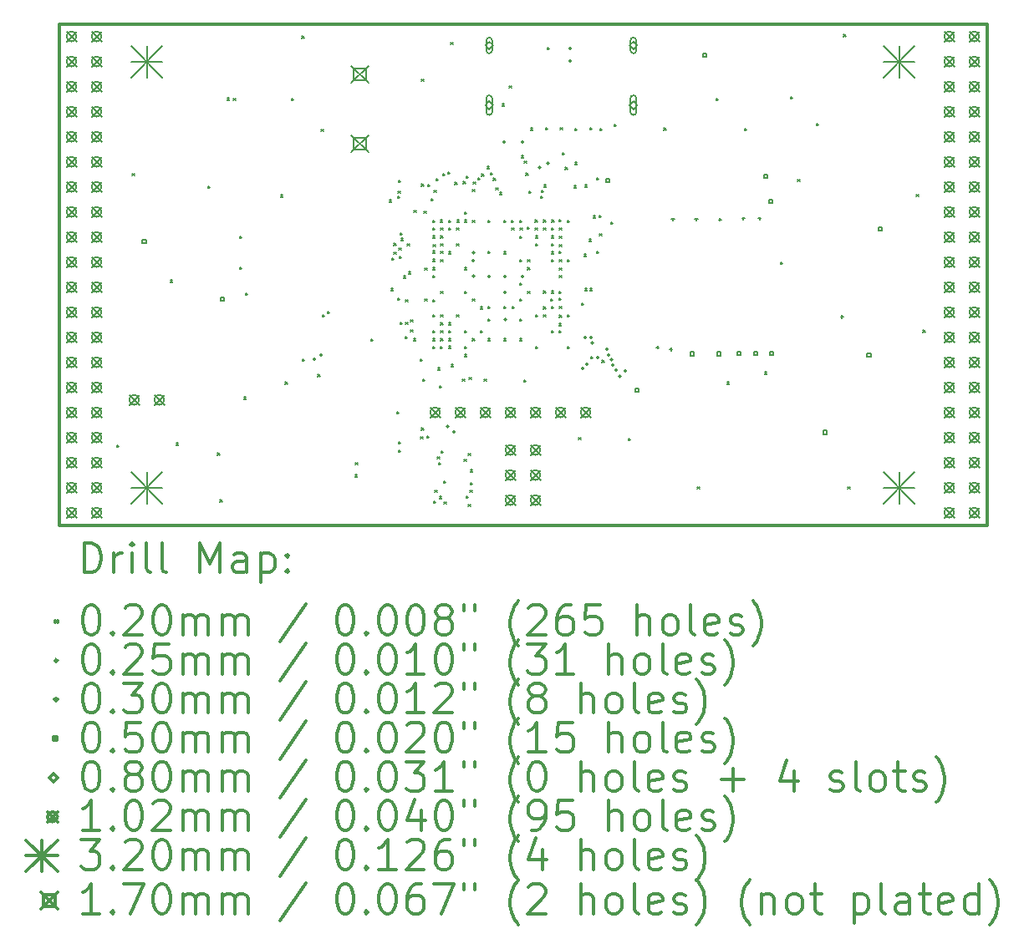
<source format=gbr>
%FSLAX45Y45*%
G04 Gerber Fmt 4.5, Leading zero omitted, Abs format (unit mm)*
G04 Created by KiCad (PCBNEW 4.0.5+dfsg1-4) date Thu May 18 23:50:27 2017*
%MOMM*%
%LPD*%
G01*
G04 APERTURE LIST*
%ADD10C,0.127000*%
%ADD11C,0.300000*%
%ADD12C,0.200000*%
G04 APERTURE END LIST*
D10*
D11*
X9410000Y-6142000D02*
X9410000Y-11222000D01*
X18808000Y-6142000D02*
X9410000Y-6142000D01*
X18808000Y-11222000D02*
X18808000Y-6142000D01*
X9410000Y-11222000D02*
X18808000Y-11222000D01*
D12*
X9998000Y-10410000D02*
X10018000Y-10430000D01*
X10018000Y-10410000D02*
X9998000Y-10430000D01*
X10153120Y-7655925D02*
X10173120Y-7675925D01*
X10173120Y-7655925D02*
X10153120Y-7675925D01*
X10536244Y-8738297D02*
X10556244Y-8758297D01*
X10556244Y-8738297D02*
X10536244Y-8758297D01*
X10598000Y-10390000D02*
X10618000Y-10410000D01*
X10618000Y-10390000D02*
X10598000Y-10410000D01*
X10921500Y-7783000D02*
X10941500Y-7803000D01*
X10941500Y-7783000D02*
X10921500Y-7803000D01*
X11018000Y-10490000D02*
X11038000Y-10510000D01*
X11038000Y-10490000D02*
X11018000Y-10510000D01*
X11042966Y-10966034D02*
X11062966Y-10986034D01*
X11062966Y-10966034D02*
X11042966Y-10986034D01*
X11113000Y-6892500D02*
X11133000Y-6912500D01*
X11133000Y-6892500D02*
X11113000Y-6912500D01*
X11178000Y-6894000D02*
X11198000Y-6914000D01*
X11198000Y-6894000D02*
X11178000Y-6914000D01*
X11241500Y-8291000D02*
X11261500Y-8311000D01*
X11261500Y-8291000D02*
X11241500Y-8311000D01*
X11241500Y-8608500D02*
X11261500Y-8628500D01*
X11261500Y-8608500D02*
X11241500Y-8628500D01*
X11283591Y-9924409D02*
X11303591Y-9944409D01*
X11303591Y-9924409D02*
X11283591Y-9944409D01*
X11298000Y-8870000D02*
X11318000Y-8890000D01*
X11318000Y-8870000D02*
X11298000Y-8890000D01*
X11653864Y-7875029D02*
X11673864Y-7895029D01*
X11673864Y-7875029D02*
X11653864Y-7895029D01*
X11702166Y-9771727D02*
X11722166Y-9791727D01*
X11722166Y-9771727D02*
X11702166Y-9791727D01*
X11764953Y-6894000D02*
X11784953Y-6914000D01*
X11784953Y-6894000D02*
X11764953Y-6914000D01*
X11871085Y-6266089D02*
X11891085Y-6286089D01*
X11891085Y-6266089D02*
X11871085Y-6286089D01*
X11874380Y-9539822D02*
X11894380Y-9559822D01*
X11894380Y-9539822D02*
X11874380Y-9559822D01*
X12033000Y-9695000D02*
X12053000Y-9715000D01*
X12053000Y-9695000D02*
X12033000Y-9715000D01*
X12067000Y-7211500D02*
X12087000Y-7231500D01*
X12087000Y-7211500D02*
X12067000Y-7231500D01*
X12078000Y-9090000D02*
X12098000Y-9110000D01*
X12098000Y-9090000D02*
X12078000Y-9110000D01*
X12130862Y-9053246D02*
X12150862Y-9073246D01*
X12150862Y-9053246D02*
X12130862Y-9073246D01*
X12410242Y-10710764D02*
X12430242Y-10730764D01*
X12430242Y-10710764D02*
X12410242Y-10730764D01*
X12415398Y-10588254D02*
X12435398Y-10608254D01*
X12435398Y-10588254D02*
X12415398Y-10608254D01*
X12572728Y-9335266D02*
X12592728Y-9355266D01*
X12592728Y-9335266D02*
X12572728Y-9355266D01*
X12754366Y-7925556D02*
X12774366Y-7945556D01*
X12774366Y-7925556D02*
X12754366Y-7945556D01*
X12771644Y-8821207D02*
X12791644Y-8841207D01*
X12791644Y-8821207D02*
X12771644Y-8841207D01*
X12784686Y-8512655D02*
X12804686Y-8532655D01*
X12804686Y-8512655D02*
X12784686Y-8532655D01*
X12802348Y-8453784D02*
X12822348Y-8473784D01*
X12822348Y-8453784D02*
X12802348Y-8473784D01*
X12804848Y-8366706D02*
X12824848Y-8386706D01*
X12824848Y-8366706D02*
X12804848Y-8386706D01*
X12834133Y-10069588D02*
X12854133Y-10089588D01*
X12854133Y-10069588D02*
X12834133Y-10089588D01*
X12839057Y-8917988D02*
X12859057Y-8937988D01*
X12859057Y-8917988D02*
X12839057Y-8937988D01*
X12841590Y-7889418D02*
X12861590Y-7909418D01*
X12861590Y-7889418D02*
X12841590Y-7909418D01*
X12846973Y-7836992D02*
X12866973Y-7856992D01*
X12866973Y-7836992D02*
X12846973Y-7856992D01*
X12849525Y-7727781D02*
X12869525Y-7747781D01*
X12869525Y-7727781D02*
X12849525Y-7747781D01*
X12850280Y-10377254D02*
X12870280Y-10397254D01*
X12870280Y-10377254D02*
X12850280Y-10397254D01*
X12851011Y-10461457D02*
X12871011Y-10481457D01*
X12871011Y-10461457D02*
X12851011Y-10481457D01*
X12854575Y-8412225D02*
X12874575Y-8432225D01*
X12874575Y-8412225D02*
X12854575Y-8432225D01*
X12856404Y-8496626D02*
X12876404Y-8516626D01*
X12876404Y-8496626D02*
X12856404Y-8516626D01*
X12864323Y-9162956D02*
X12884323Y-9182956D01*
X12884323Y-9162956D02*
X12864323Y-9182956D01*
X12865984Y-8261009D02*
X12885984Y-8281009D01*
X12885984Y-8261009D02*
X12865984Y-8281009D01*
X12876144Y-8315864D02*
X12896144Y-8335864D01*
X12896144Y-8315864D02*
X12876144Y-8335864D01*
X12899530Y-8694825D02*
X12919530Y-8714825D01*
X12919530Y-8694825D02*
X12899530Y-8714825D01*
X12917915Y-9311667D02*
X12937915Y-9331667D01*
X12937915Y-9311667D02*
X12917915Y-9331667D01*
X12920650Y-9163578D02*
X12940650Y-9183578D01*
X12940650Y-9163578D02*
X12920650Y-9183578D01*
X12923458Y-8938264D02*
X12943458Y-8958264D01*
X12943458Y-8938264D02*
X12923458Y-8958264D01*
X12940061Y-8367799D02*
X12960061Y-8387799D01*
X12960061Y-8367799D02*
X12940061Y-8387799D01*
X12949953Y-8654407D02*
X12969953Y-8674407D01*
X12969953Y-8654407D02*
X12949953Y-8674407D01*
X12973842Y-9243977D02*
X12993842Y-9263977D01*
X12993842Y-9243977D02*
X12973842Y-9263977D01*
X12974244Y-9138787D02*
X12994244Y-9158787D01*
X12994244Y-9138787D02*
X12974244Y-9158787D01*
X13002401Y-9331328D02*
X13022401Y-9351328D01*
X13022401Y-9331328D02*
X13002401Y-9351328D01*
X13007344Y-8029822D02*
X13027344Y-8049822D01*
X13027344Y-8029822D02*
X13007344Y-8049822D01*
X13070707Y-9535414D02*
X13090707Y-9555414D01*
X13090707Y-9535414D02*
X13070707Y-9555414D01*
X13073949Y-10325498D02*
X13093949Y-10345498D01*
X13093949Y-10325498D02*
X13073949Y-10345498D01*
X13081453Y-10236965D02*
X13101453Y-10256965D01*
X13101453Y-10236965D02*
X13081453Y-10256965D01*
X13081984Y-7764262D02*
X13101984Y-7784262D01*
X13101984Y-7764262D02*
X13081984Y-7784262D01*
X13082744Y-6701962D02*
X13102744Y-6721962D01*
X13102744Y-6701962D02*
X13082744Y-6721962D01*
X13093936Y-9738729D02*
X13113936Y-9758729D01*
X13113936Y-9738729D02*
X13093936Y-9758729D01*
X13108000Y-8040000D02*
X13128000Y-8060000D01*
X13128000Y-8040000D02*
X13108000Y-8060000D01*
X13115453Y-8615136D02*
X13135453Y-8635136D01*
X13135453Y-8615136D02*
X13115453Y-8635136D01*
X13118000Y-8930000D02*
X13138000Y-8950000D01*
X13138000Y-8930000D02*
X13118000Y-8950000D01*
X13135385Y-10319621D02*
X13155385Y-10339621D01*
X13155385Y-10319621D02*
X13135385Y-10339621D01*
X13146502Y-7769099D02*
X13166502Y-7789099D01*
X13166502Y-7769099D02*
X13146502Y-7789099D01*
X13178000Y-7910000D02*
X13198000Y-7930000D01*
X13198000Y-7910000D02*
X13178000Y-7930000D01*
X13197765Y-9087799D02*
X13217765Y-9107799D01*
X13217765Y-9087799D02*
X13197765Y-9107799D01*
X13197789Y-8611496D02*
X13217789Y-8631496D01*
X13217789Y-8611496D02*
X13197789Y-8631496D01*
X13197962Y-8527095D02*
X13217962Y-8547095D01*
X13217962Y-8527095D02*
X13197962Y-8547095D01*
X13198000Y-8440334D02*
X13218000Y-8460334D01*
X13218000Y-8440334D02*
X13198000Y-8460334D01*
X13198000Y-8130000D02*
X13218000Y-8150000D01*
X13218000Y-8130000D02*
X13198000Y-8150000D01*
X13198000Y-8207799D02*
X13218000Y-8227799D01*
X13218000Y-8207799D02*
X13198000Y-8227799D01*
X13198000Y-8690000D02*
X13218000Y-8710000D01*
X13218000Y-8690000D02*
X13198000Y-8710000D01*
X13198000Y-8934402D02*
X13218000Y-8954402D01*
X13218000Y-8934402D02*
X13198000Y-8954402D01*
X13198000Y-9250000D02*
X13218000Y-9270000D01*
X13218000Y-9250000D02*
X13198000Y-9270000D01*
X13198000Y-9330000D02*
X13218000Y-9350000D01*
X13218000Y-9330000D02*
X13198000Y-9350000D01*
X13198000Y-9410000D02*
X13218000Y-9430000D01*
X13218000Y-9410000D02*
X13198000Y-9430000D01*
X13198482Y-8287799D02*
X13218482Y-8307799D01*
X13218482Y-8287799D02*
X13198482Y-8307799D01*
X13201744Y-8376602D02*
X13221744Y-8396602D01*
X13221744Y-8376602D02*
X13201744Y-8396602D01*
X13205028Y-10978912D02*
X13225028Y-10998912D01*
X13225028Y-10978912D02*
X13205028Y-10998912D01*
X13211045Y-7827583D02*
X13231045Y-7847583D01*
X13231045Y-7827583D02*
X13211045Y-7847583D01*
X13218000Y-10870000D02*
X13238000Y-10890000D01*
X13238000Y-10870000D02*
X13218000Y-10890000D01*
X13229761Y-7711481D02*
X13249761Y-7731481D01*
X13249761Y-7711481D02*
X13229761Y-7731481D01*
X13244000Y-10530000D02*
X13264000Y-10550000D01*
X13264000Y-10530000D02*
X13244000Y-10550000D01*
X13247282Y-9628386D02*
X13267282Y-9648386D01*
X13267282Y-9628386D02*
X13247282Y-9648386D01*
X13255619Y-10587619D02*
X13275619Y-10607619D01*
X13275619Y-10587619D02*
X13255619Y-10607619D01*
X13264803Y-10932068D02*
X13284803Y-10952068D01*
X13284803Y-10932068D02*
X13264803Y-10952068D01*
X13265267Y-9807892D02*
X13285267Y-9827892D01*
X13285267Y-9807892D02*
X13265267Y-9827892D01*
X13274623Y-9409707D02*
X13294623Y-9429707D01*
X13294623Y-9409707D02*
X13274623Y-9429707D01*
X13275799Y-8129053D02*
X13295799Y-8149053D01*
X13295799Y-8129053D02*
X13275799Y-8149053D01*
X13277580Y-8532199D02*
X13297580Y-8552199D01*
X13297580Y-8532199D02*
X13277580Y-8552199D01*
X13278000Y-8210000D02*
X13298000Y-8230000D01*
X13298000Y-8210000D02*
X13278000Y-8230000D01*
X13278000Y-8290000D02*
X13298000Y-8310000D01*
X13298000Y-8290000D02*
X13278000Y-8310000D01*
X13278000Y-8850000D02*
X13298000Y-8870000D01*
X13298000Y-8850000D02*
X13278000Y-8870000D01*
X13278000Y-9090000D02*
X13298000Y-9110000D01*
X13298000Y-9090000D02*
X13278000Y-9110000D01*
X13278000Y-9170000D02*
X13298000Y-9190000D01*
X13298000Y-9170000D02*
X13278000Y-9190000D01*
X13278000Y-9250000D02*
X13298000Y-9270000D01*
X13298000Y-9250000D02*
X13278000Y-9270000D01*
X13278000Y-9330000D02*
X13298000Y-9350000D01*
X13298000Y-9330000D02*
X13278000Y-9350000D01*
X13278042Y-8446513D02*
X13298042Y-8466513D01*
X13298042Y-8446513D02*
X13278042Y-8466513D01*
X13278650Y-8367799D02*
X13298650Y-8387799D01*
X13298650Y-8367799D02*
X13278650Y-8387799D01*
X13281858Y-10470000D02*
X13301858Y-10490000D01*
X13301858Y-10470000D02*
X13281858Y-10490000D01*
X13299153Y-7658736D02*
X13319153Y-7678736D01*
X13319153Y-7658736D02*
X13299153Y-7678736D01*
X13305701Y-10773989D02*
X13325701Y-10793989D01*
X13325701Y-10773989D02*
X13305701Y-10793989D01*
X13311600Y-10983400D02*
X13331600Y-11003400D01*
X13331600Y-10983400D02*
X13311600Y-11003400D01*
X13349508Y-7643184D02*
X13369508Y-7663184D01*
X13369508Y-7643184D02*
X13349508Y-7663184D01*
X13357194Y-8449520D02*
X13377194Y-8469520D01*
X13377194Y-8449520D02*
X13357194Y-8469520D01*
X13358000Y-8210000D02*
X13378000Y-8230000D01*
X13378000Y-8210000D02*
X13358000Y-8230000D01*
X13358000Y-9170000D02*
X13378000Y-9190000D01*
X13378000Y-9170000D02*
X13358000Y-9190000D01*
X13358000Y-9250000D02*
X13378000Y-9270000D01*
X13378000Y-9250000D02*
X13358000Y-9270000D01*
X13358567Y-9330248D02*
X13378567Y-9350248D01*
X13378567Y-9330248D02*
X13358567Y-9350248D01*
X13359024Y-9408016D02*
X13379024Y-9428016D01*
X13379024Y-9408016D02*
X13359024Y-9428016D01*
X13360201Y-8130000D02*
X13380201Y-8150000D01*
X13380201Y-8130000D02*
X13360201Y-8150000D01*
X13378000Y-6330000D02*
X13398000Y-6350000D01*
X13398000Y-6330000D02*
X13378000Y-6350000D01*
X13381998Y-9593873D02*
X13401998Y-9613873D01*
X13401998Y-9593873D02*
X13381998Y-9613873D01*
X13421411Y-7746423D02*
X13441411Y-7766423D01*
X13441411Y-7746423D02*
X13421411Y-7766423D01*
X13438000Y-8210000D02*
X13458000Y-8230000D01*
X13458000Y-8210000D02*
X13438000Y-8230000D01*
X13438000Y-8370000D02*
X13458000Y-8390000D01*
X13458000Y-8370000D02*
X13438000Y-8390000D01*
X13438000Y-9090000D02*
X13458000Y-9110000D01*
X13458000Y-9090000D02*
X13438000Y-9110000D01*
X13444602Y-8129060D02*
X13464602Y-8149060D01*
X13464602Y-8129060D02*
X13444602Y-8149060D01*
X13498546Y-9743179D02*
X13518546Y-9763179D01*
X13518546Y-9743179D02*
X13498546Y-9763179D01*
X13505812Y-7740288D02*
X13525812Y-7760288D01*
X13525812Y-7740288D02*
X13505812Y-7760288D01*
X13514800Y-10551600D02*
X13534800Y-10571600D01*
X13534800Y-10551600D02*
X13514800Y-10571600D01*
X13517331Y-8851860D02*
X13537331Y-8871860D01*
X13537331Y-8851860D02*
X13517331Y-8871860D01*
X13517488Y-8129060D02*
X13537488Y-8149060D01*
X13537488Y-8129060D02*
X13517488Y-8149060D01*
X13518000Y-8050000D02*
X13538000Y-8070000D01*
X13538000Y-8050000D02*
X13518000Y-8070000D01*
X13518000Y-8610000D02*
X13538000Y-8630000D01*
X13538000Y-8610000D02*
X13518000Y-8630000D01*
X13518000Y-9250000D02*
X13538000Y-9270000D01*
X13538000Y-9250000D02*
X13518000Y-9270000D01*
X13518000Y-9410000D02*
X13538000Y-9430000D01*
X13538000Y-9410000D02*
X13518000Y-9430000D01*
X13518000Y-9490000D02*
X13538000Y-9510000D01*
X13538000Y-9490000D02*
X13518000Y-9510000D01*
X13537195Y-10926588D02*
X13557195Y-10946588D01*
X13557195Y-10926588D02*
X13537195Y-10946588D01*
X13537378Y-7684923D02*
X13557378Y-7704923D01*
X13557378Y-7684923D02*
X13537378Y-7704923D01*
X13558000Y-10493799D02*
X13578000Y-10513799D01*
X13578000Y-10493799D02*
X13558000Y-10513799D01*
X13558000Y-11010000D02*
X13578000Y-11030000D01*
X13578000Y-11010000D02*
X13558000Y-11030000D01*
X13567000Y-9723813D02*
X13587000Y-9743813D01*
X13587000Y-9723813D02*
X13567000Y-9743813D01*
X13575325Y-10869239D02*
X13595325Y-10889239D01*
X13595325Y-10869239D02*
X13575325Y-10889239D01*
X13575519Y-10792264D02*
X13595519Y-10812264D01*
X13595519Y-10792264D02*
X13575519Y-10812264D01*
X13578416Y-10659601D02*
X13598416Y-10679601D01*
X13598416Y-10659601D02*
X13578416Y-10679601D01*
X13598000Y-8130000D02*
X13618000Y-8150000D01*
X13618000Y-8130000D02*
X13598000Y-8150000D01*
X13598000Y-9330000D02*
X13618000Y-9350000D01*
X13618000Y-9330000D02*
X13598000Y-9350000D01*
X13598517Y-8929483D02*
X13618517Y-8949483D01*
X13618517Y-8929483D02*
X13598517Y-8949483D01*
X13600201Y-7816859D02*
X13620201Y-7836859D01*
X13620201Y-7816859D02*
X13600201Y-7836859D01*
X13607038Y-7743099D02*
X13627038Y-7763099D01*
X13627038Y-7743099D02*
X13607038Y-7763099D01*
X13654520Y-7700918D02*
X13674520Y-7720918D01*
X13674520Y-7700918D02*
X13654520Y-7720918D01*
X13678000Y-9250000D02*
X13698000Y-9270000D01*
X13698000Y-9250000D02*
X13678000Y-9270000D01*
X13678517Y-9009483D02*
X13698517Y-9029483D01*
X13698517Y-9009483D02*
X13678517Y-9029483D01*
X13692375Y-7664252D02*
X13712375Y-7684252D01*
X13712375Y-7664252D02*
X13692375Y-7684252D01*
X13718870Y-9743874D02*
X13738870Y-9763874D01*
X13738870Y-9743874D02*
X13718870Y-9763874D01*
X13748934Y-7587419D02*
X13768934Y-7607419D01*
X13768934Y-7587419D02*
X13748934Y-7607419D01*
X13756589Y-9130245D02*
X13776589Y-9150245D01*
X13776589Y-9130245D02*
X13756589Y-9150245D01*
X13758000Y-8130000D02*
X13778000Y-8150000D01*
X13778000Y-8130000D02*
X13758000Y-8150000D01*
X13758000Y-9007299D02*
X13778000Y-9027299D01*
X13778000Y-9007299D02*
X13758000Y-9027299D01*
X13758000Y-9330000D02*
X13778000Y-9350000D01*
X13778000Y-9330000D02*
X13758000Y-9350000D01*
X13758056Y-8443409D02*
X13778056Y-8463409D01*
X13778056Y-8443409D02*
X13758056Y-8463409D01*
X13780635Y-7647724D02*
X13800635Y-7667724D01*
X13800635Y-7647724D02*
X13780635Y-7667724D01*
X13812336Y-7706418D02*
X13832336Y-7726418D01*
X13832336Y-7706418D02*
X13812336Y-7726418D01*
X13837475Y-7801776D02*
X13857475Y-7821776D01*
X13857475Y-7801776D02*
X13837475Y-7821776D01*
X13875738Y-7850080D02*
X13895738Y-7870080D01*
X13895738Y-7850080D02*
X13875738Y-7870080D01*
X13898000Y-6950000D02*
X13918000Y-6970000D01*
X13918000Y-6950000D02*
X13898000Y-6970000D01*
X13917252Y-8451135D02*
X13937252Y-8471135D01*
X13937252Y-8451135D02*
X13917252Y-8471135D01*
X13918000Y-8130000D02*
X13938000Y-8150000D01*
X13938000Y-8130000D02*
X13918000Y-8150000D01*
X13918000Y-9002299D02*
X13938000Y-9022299D01*
X13938000Y-9002299D02*
X13918000Y-9022299D01*
X13918000Y-9330000D02*
X13938000Y-9350000D01*
X13938000Y-9330000D02*
X13918000Y-9350000D01*
X13972000Y-6767000D02*
X13992000Y-6787000D01*
X13992000Y-6767000D02*
X13972000Y-6787000D01*
X13993599Y-8130000D02*
X14013599Y-8150000D01*
X14013599Y-8130000D02*
X13993599Y-8150000D01*
X13998000Y-8210000D02*
X14018000Y-8230000D01*
X14018000Y-8210000D02*
X13998000Y-8230000D01*
X13999489Y-9002299D02*
X14019489Y-9022299D01*
X14019489Y-9002299D02*
X13999489Y-9022299D01*
X14076403Y-8294140D02*
X14096403Y-8314140D01*
X14096403Y-8294140D02*
X14076403Y-8314140D01*
X14077419Y-9133335D02*
X14097419Y-9153335D01*
X14097419Y-9133335D02*
X14077419Y-9153335D01*
X14078000Y-8130000D02*
X14098000Y-8150000D01*
X14098000Y-8130000D02*
X14078000Y-8150000D01*
X14078000Y-8530000D02*
X14098000Y-8550000D01*
X14098000Y-8530000D02*
X14078000Y-8550000D01*
X14078000Y-8770000D02*
X14098000Y-8790000D01*
X14098000Y-8770000D02*
X14078000Y-8790000D01*
X14078000Y-8930000D02*
X14098000Y-8950000D01*
X14098000Y-8930000D02*
X14078000Y-8950000D01*
X14078000Y-9330000D02*
X14098000Y-9350000D01*
X14098000Y-9330000D02*
X14078000Y-9350000D01*
X14082401Y-8207928D02*
X14102401Y-8227928D01*
X14102401Y-8207928D02*
X14082401Y-8227928D01*
X14094664Y-7477380D02*
X14114664Y-7497380D01*
X14114664Y-7477380D02*
X14094664Y-7497380D01*
X14118000Y-9750000D02*
X14138000Y-9770000D01*
X14138000Y-9750000D02*
X14118000Y-9770000D01*
X14122988Y-7531564D02*
X14142988Y-7551564D01*
X14142988Y-7531564D02*
X14122988Y-7551564D01*
X14139991Y-7654792D02*
X14159991Y-7674792D01*
X14159991Y-7654792D02*
X14139991Y-7674792D01*
X14155799Y-8203034D02*
X14175799Y-8223034D01*
X14175799Y-8203034D02*
X14155799Y-8223034D01*
X14158000Y-8530000D02*
X14178000Y-8550000D01*
X14178000Y-8530000D02*
X14158000Y-8550000D01*
X14158000Y-8610000D02*
X14178000Y-8630000D01*
X14178000Y-8610000D02*
X14158000Y-8630000D01*
X14158000Y-8850000D02*
X14178000Y-8870000D01*
X14178000Y-8850000D02*
X14158000Y-8870000D01*
X14172011Y-7834694D02*
X14192011Y-7854694D01*
X14192011Y-7834694D02*
X14172011Y-7854694D01*
X14189303Y-7195617D02*
X14209303Y-7215617D01*
X14209303Y-7195617D02*
X14189303Y-7215617D01*
X14235799Y-8128224D02*
X14255799Y-8148224D01*
X14255799Y-8128224D02*
X14235799Y-8148224D01*
X14235799Y-8209139D02*
X14255799Y-8229139D01*
X14255799Y-8209139D02*
X14235799Y-8229139D01*
X14237355Y-8289891D02*
X14257355Y-8309891D01*
X14257355Y-8289891D02*
X14237355Y-8309891D01*
X14238000Y-8370000D02*
X14258000Y-8390000D01*
X14258000Y-8370000D02*
X14238000Y-8390000D01*
X14238000Y-9090000D02*
X14258000Y-9110000D01*
X14258000Y-9090000D02*
X14238000Y-9110000D01*
X14238000Y-9410000D02*
X14258000Y-9430000D01*
X14258000Y-9410000D02*
X14238000Y-9430000D01*
X14292031Y-7887926D02*
X14312031Y-7907926D01*
X14312031Y-7887926D02*
X14292031Y-7907926D01*
X14298723Y-7827519D02*
X14318723Y-7847519D01*
X14318723Y-7827519D02*
X14298723Y-7847519D01*
X14317803Y-8849503D02*
X14337803Y-8869503D01*
X14337803Y-8849503D02*
X14317803Y-8869503D01*
X14318000Y-9090000D02*
X14338000Y-9110000D01*
X14338000Y-9090000D02*
X14318000Y-9110000D01*
X14318182Y-9010195D02*
X14338182Y-9030195D01*
X14338182Y-9010195D02*
X14318182Y-9030195D01*
X14320201Y-8128173D02*
X14340201Y-8148173D01*
X14340201Y-8128173D02*
X14320201Y-8148173D01*
X14320201Y-8209499D02*
X14340201Y-8229499D01*
X14340201Y-8209499D02*
X14320201Y-8229499D01*
X14322321Y-7773748D02*
X14342321Y-7793748D01*
X14342321Y-7773748D02*
X14322321Y-7793748D01*
X14338578Y-7193017D02*
X14358578Y-7213017D01*
X14358578Y-7193017D02*
X14338578Y-7213017D01*
X14358000Y-6380000D02*
X14378000Y-6400000D01*
X14378000Y-6380000D02*
X14358000Y-6400000D01*
X14393579Y-8929761D02*
X14413579Y-8949761D01*
X14413579Y-8929761D02*
X14393579Y-8949761D01*
X14397690Y-8208645D02*
X14417690Y-8228645D01*
X14417690Y-8208645D02*
X14397690Y-8228645D01*
X14398000Y-8290000D02*
X14418000Y-8310000D01*
X14418000Y-8290000D02*
X14398000Y-8310000D01*
X14398000Y-8370000D02*
X14418000Y-8390000D01*
X14418000Y-8370000D02*
X14398000Y-8390000D01*
X14398000Y-8450000D02*
X14418000Y-8470000D01*
X14418000Y-8450000D02*
X14398000Y-8470000D01*
X14398000Y-9250000D02*
X14418000Y-9270000D01*
X14418000Y-9250000D02*
X14398000Y-9270000D01*
X14398052Y-8529722D02*
X14418052Y-8549722D01*
X14418052Y-8529722D02*
X14398052Y-8549722D01*
X14398242Y-9003286D02*
X14418242Y-9023286D01*
X14418242Y-9003286D02*
X14398242Y-9023286D01*
X14398283Y-8848451D02*
X14418283Y-8868451D01*
X14418283Y-8848451D02*
X14398283Y-8868451D01*
X14404602Y-8127478D02*
X14424602Y-8147478D01*
X14424602Y-8127478D02*
X14404602Y-8147478D01*
X14476639Y-8123398D02*
X14496639Y-8143398D01*
X14496639Y-8123398D02*
X14476639Y-8143398D01*
X14476942Y-8918885D02*
X14496942Y-8938885D01*
X14496942Y-8918885D02*
X14476942Y-8938885D01*
X14477765Y-8852201D02*
X14497765Y-8872201D01*
X14497765Y-8852201D02*
X14477765Y-8872201D01*
X14477769Y-8443293D02*
X14497769Y-8463293D01*
X14497769Y-8443293D02*
X14477769Y-8463293D01*
X14478235Y-9247799D02*
X14498235Y-9267799D01*
X14498235Y-9247799D02*
X14478235Y-9267799D01*
X14478278Y-9177765D02*
X14498278Y-9197765D01*
X14498278Y-9177765D02*
X14478278Y-9197765D01*
X14478509Y-8207799D02*
X14498509Y-8227799D01*
X14498509Y-8207799D02*
X14478509Y-8227799D01*
X14478522Y-9092124D02*
X14498522Y-9112124D01*
X14498522Y-9092124D02*
X14478522Y-9112124D01*
X14478569Y-9003286D02*
X14498569Y-9023286D01*
X14498569Y-9003286D02*
X14478569Y-9023286D01*
X14478654Y-8528519D02*
X14498654Y-8548519D01*
X14498654Y-8528519D02*
X14478654Y-8548519D01*
X14478856Y-8689382D02*
X14498856Y-8709382D01*
X14498856Y-8689382D02*
X14478856Y-8709382D01*
X14479038Y-8376602D02*
X14499038Y-8396602D01*
X14499038Y-8376602D02*
X14479038Y-8396602D01*
X14479410Y-8292201D02*
X14499410Y-8312201D01*
X14499410Y-8292201D02*
X14479410Y-8312201D01*
X14480128Y-8616874D02*
X14500128Y-8636874D01*
X14500128Y-8616874D02*
X14480128Y-8636874D01*
X14489572Y-7194354D02*
X14509572Y-7214354D01*
X14509572Y-7194354D02*
X14489572Y-7214354D01*
X14507287Y-7447730D02*
X14527287Y-7467730D01*
X14527287Y-7447730D02*
X14507287Y-7467730D01*
X14539401Y-7595533D02*
X14559401Y-7615533D01*
X14559401Y-7595533D02*
X14539401Y-7615533D01*
X14558000Y-8130000D02*
X14578000Y-8150000D01*
X14578000Y-8130000D02*
X14558000Y-8150000D01*
X14558000Y-8532201D02*
X14578000Y-8552201D01*
X14578000Y-8532201D02*
X14558000Y-8552201D01*
X14558000Y-9090000D02*
X14578000Y-9110000D01*
X14578000Y-9090000D02*
X14558000Y-9110000D01*
X14558000Y-9410000D02*
X14578000Y-9430000D01*
X14578000Y-9410000D02*
X14558000Y-9430000D01*
X14628717Y-7781899D02*
X14648717Y-7801899D01*
X14648717Y-7781899D02*
X14628717Y-7801899D01*
X14635665Y-7542833D02*
X14655665Y-7562833D01*
X14655665Y-7542833D02*
X14635665Y-7562833D01*
X14637220Y-7201944D02*
X14657220Y-7221944D01*
X14657220Y-7201944D02*
X14637220Y-7221944D01*
X14674429Y-10335274D02*
X14694429Y-10355274D01*
X14694429Y-10335274D02*
X14674429Y-10355274D01*
X14702593Y-8970288D02*
X14722593Y-8990288D01*
X14722593Y-8970288D02*
X14702593Y-8990288D01*
X14732247Y-8475859D02*
X14752247Y-8495859D01*
X14752247Y-8475859D02*
X14732247Y-8495859D01*
X14737067Y-8822484D02*
X14757067Y-8842484D01*
X14757067Y-8822484D02*
X14737067Y-8842484D01*
X14738000Y-7772201D02*
X14758000Y-7792201D01*
X14758000Y-7772201D02*
X14738000Y-7792201D01*
X14779417Y-8323581D02*
X14799417Y-8343581D01*
X14799417Y-8323581D02*
X14779417Y-8343581D01*
X14788736Y-7194805D02*
X14808736Y-7214805D01*
X14808736Y-7194805D02*
X14788736Y-7214805D01*
X14789768Y-8822484D02*
X14809768Y-8842484D01*
X14809768Y-8822484D02*
X14789768Y-8842484D01*
X14797412Y-9512933D02*
X14817412Y-9532933D01*
X14817412Y-9512933D02*
X14797412Y-9532933D01*
X14823777Y-8087578D02*
X14843777Y-8107578D01*
X14843777Y-8087578D02*
X14823777Y-8107578D01*
X14853988Y-7702493D02*
X14873988Y-7722493D01*
X14873988Y-7702493D02*
X14853988Y-7722493D01*
X14856880Y-8445039D02*
X14876880Y-8465039D01*
X14876880Y-8445039D02*
X14856880Y-8465039D01*
X14883585Y-8079901D02*
X14903585Y-8099901D01*
X14903585Y-8079901D02*
X14883585Y-8099901D01*
X14887565Y-8265534D02*
X14907565Y-8285534D01*
X14907565Y-8265534D02*
X14887565Y-8285534D01*
X14889119Y-7199368D02*
X14909119Y-7219368D01*
X14909119Y-7199368D02*
X14889119Y-7219368D01*
X14910771Y-9550529D02*
X14930771Y-9570529D01*
X14930771Y-9550529D02*
X14910771Y-9570529D01*
X14998000Y-8150000D02*
X15018000Y-8170000D01*
X15018000Y-8150000D02*
X14998000Y-8170000D01*
X15035722Y-7157236D02*
X15055722Y-7177236D01*
X15055722Y-7157236D02*
X15035722Y-7177236D01*
X15179638Y-10341072D02*
X15199638Y-10361072D01*
X15199638Y-10341072D02*
X15179638Y-10361072D01*
X15538000Y-7197896D02*
X15558000Y-7217896D01*
X15558000Y-7197896D02*
X15538000Y-7217896D01*
X15877000Y-10831000D02*
X15897000Y-10851000D01*
X15897000Y-10831000D02*
X15877000Y-10851000D01*
X16067500Y-6894000D02*
X16087500Y-6914000D01*
X16087500Y-6894000D02*
X16067500Y-6914000D01*
X16178000Y-9770000D02*
X16198000Y-9790000D01*
X16198000Y-9770000D02*
X16178000Y-9790000D01*
X16353258Y-7199647D02*
X16373258Y-7219647D01*
X16373258Y-7199647D02*
X16353258Y-7219647D01*
X16558000Y-9670000D02*
X16578000Y-9690000D01*
X16578000Y-9670000D02*
X16558000Y-9690000D01*
X16717617Y-8553865D02*
X16737617Y-8573865D01*
X16737617Y-8553865D02*
X16717617Y-8573865D01*
X16821917Y-6878201D02*
X16841917Y-6898201D01*
X16841917Y-6878201D02*
X16821917Y-6898201D01*
X16893000Y-7719500D02*
X16913000Y-7739500D01*
X16913000Y-7719500D02*
X16893000Y-7739500D01*
X17083500Y-7148000D02*
X17103500Y-7168000D01*
X17103500Y-7148000D02*
X17083500Y-7168000D01*
X17358000Y-6250000D02*
X17378000Y-6270000D01*
X17378000Y-6250000D02*
X17358000Y-6270000D01*
X17401000Y-10831000D02*
X17421000Y-10851000D01*
X17421000Y-10831000D02*
X17401000Y-10851000D01*
X18096500Y-7868500D02*
X18116500Y-7888500D01*
X18116500Y-7868500D02*
X18096500Y-7888500D01*
X18163000Y-9245000D02*
X18183000Y-9265000D01*
X18183000Y-9245000D02*
X18163000Y-9265000D01*
X12010516Y-9541295D02*
G75*
G03X12010516Y-9541295I-12700J0D01*
G01*
X12076103Y-9497760D02*
G75*
G03X12076103Y-9497760I-12700J0D01*
G01*
X13357629Y-10223262D02*
G75*
G03X13357629Y-10223262I-12700J0D01*
G01*
X13420141Y-10275223D02*
G75*
G03X13420141Y-10275223I-12700J0D01*
G01*
X13620700Y-8460000D02*
G75*
G03X13620700Y-8460000I-12700J0D01*
G01*
X13620700Y-8540000D02*
G75*
G03X13620700Y-8540000I-12700J0D01*
G01*
X13623799Y-8699540D02*
G75*
G03X13623799Y-8699540I-12700J0D01*
G01*
X13780700Y-8700000D02*
G75*
G03X13780700Y-8700000I-12700J0D01*
G01*
X13931242Y-7337804D02*
G75*
G03X13931242Y-7337804I-12700J0D01*
G01*
X13940700Y-8700000D02*
G75*
G03X13940700Y-8700000I-12700J0D01*
G01*
X13940700Y-8860000D02*
G75*
G03X13940700Y-8860000I-12700J0D01*
G01*
X13943964Y-9135970D02*
G75*
G03X13943964Y-9135970I-12700J0D01*
G01*
X14115614Y-7339101D02*
G75*
G03X14115614Y-7339101I-12700J0D01*
G01*
X14116986Y-8699500D02*
G75*
G03X14116986Y-8699500I-12700J0D01*
G01*
X14290285Y-7593915D02*
G75*
G03X14290285Y-7593915I-12700J0D01*
G01*
X14375267Y-7552125D02*
G75*
G03X14375267Y-7552125I-12700J0D01*
G01*
X14597886Y-6518923D02*
G75*
G03X14597886Y-6518923I-12700J0D01*
G01*
X14600073Y-6392085D02*
G75*
G03X14600073Y-6392085I-12700J0D01*
G01*
X14726708Y-9633992D02*
G75*
G03X14726708Y-9633992I-12700J0D01*
G01*
X14752909Y-9320901D02*
G75*
G03X14752909Y-9320901I-12700J0D01*
G01*
X14766147Y-9591326D02*
G75*
G03X14766147Y-9591326I-12700J0D01*
G01*
X14810990Y-9319373D02*
G75*
G03X14810990Y-9319373I-12700J0D01*
G01*
X14823724Y-9376062D02*
G75*
G03X14823724Y-9376062I-12700J0D01*
G01*
X14878093Y-9523995D02*
G75*
G03X14878093Y-9523995I-12700J0D01*
G01*
X14974686Y-9437887D02*
G75*
G03X14974686Y-9437887I-12700J0D01*
G01*
X14990624Y-9494419D02*
G75*
G03X14990624Y-9494419I-12700J0D01*
G01*
X15019903Y-9544603D02*
G75*
G03X15019903Y-9544603I-12700J0D01*
G01*
X15032486Y-9601326D02*
G75*
G03X15032486Y-9601326I-12700J0D01*
G01*
X15064591Y-9649751D02*
G75*
G03X15064591Y-9649751I-12700J0D01*
G01*
X15102216Y-9710492D02*
G75*
G03X15102216Y-9710492I-12700J0D01*
G01*
X15155392Y-9658465D02*
G75*
G03X15155392Y-9658465I-12700J0D01*
G01*
X15472629Y-9402136D02*
X15472629Y-9432136D01*
X15457629Y-9417136D02*
X15487629Y-9417136D01*
X15607711Y-9423078D02*
X15607711Y-9453078D01*
X15592711Y-9438078D02*
X15622711Y-9438078D01*
X15628000Y-8106084D02*
X15628000Y-8136084D01*
X15613000Y-8121084D02*
X15643000Y-8121084D01*
X15868000Y-8106084D02*
X15868000Y-8136084D01*
X15853000Y-8121084D02*
X15883000Y-8121084D01*
X16106799Y-8106612D02*
X16106799Y-8136612D01*
X16091799Y-8121612D02*
X16121799Y-8121612D01*
X16342203Y-8097066D02*
X16342203Y-8127066D01*
X16327203Y-8112066D02*
X16357203Y-8112066D01*
X16505661Y-8096283D02*
X16505661Y-8126283D01*
X16490661Y-8111283D02*
X16520661Y-8111283D01*
X17342338Y-9092688D02*
X17342338Y-9122688D01*
X17327338Y-9107688D02*
X17357338Y-9107688D01*
X10290863Y-8366301D02*
X10290863Y-8330946D01*
X10255507Y-8330946D01*
X10255507Y-8366301D01*
X10290863Y-8366301D01*
X11079415Y-8946398D02*
X11079415Y-8911042D01*
X11044059Y-8911042D01*
X11044059Y-8946398D01*
X11079415Y-8946398D01*
X14988751Y-7746651D02*
X14988751Y-7711296D01*
X14953396Y-7711296D01*
X14953396Y-7746651D01*
X14988751Y-7746651D01*
X15279782Y-9869675D02*
X15279782Y-9834319D01*
X15244427Y-9834319D01*
X15244427Y-9869675D01*
X15279782Y-9869675D01*
X15841046Y-9502939D02*
X15841046Y-9467584D01*
X15805691Y-9467584D01*
X15805691Y-9502939D01*
X15841046Y-9502939D01*
X15965678Y-6477678D02*
X15965678Y-6442322D01*
X15930322Y-6442322D01*
X15930322Y-6477678D01*
X15965678Y-6477678D01*
X16108519Y-9502730D02*
X16108519Y-9467375D01*
X16073163Y-9467375D01*
X16073163Y-9502730D01*
X16108519Y-9502730D01*
X16316953Y-9499696D02*
X16316953Y-9464341D01*
X16281597Y-9464341D01*
X16281597Y-9499696D01*
X16316953Y-9499696D01*
X16483055Y-9500233D02*
X16483055Y-9464877D01*
X16447699Y-9464877D01*
X16447699Y-9500233D01*
X16483055Y-9500233D01*
X16583377Y-7700284D02*
X16583377Y-7664928D01*
X16548021Y-7664928D01*
X16548021Y-7700284D01*
X16583377Y-7700284D01*
X16637070Y-7956567D02*
X16637070Y-7921212D01*
X16601714Y-7921212D01*
X16601714Y-7956567D01*
X16637070Y-7956567D01*
X16645678Y-9497678D02*
X16645678Y-9462322D01*
X16610322Y-9462322D01*
X16610322Y-9497678D01*
X16645678Y-9497678D01*
X17186824Y-10298173D02*
X17186824Y-10262818D01*
X17151468Y-10262818D01*
X17151468Y-10298173D01*
X17186824Y-10298173D01*
X17631124Y-9512232D02*
X17631124Y-9476876D01*
X17595768Y-9476876D01*
X17595768Y-9512232D01*
X17631124Y-9512232D01*
X17746996Y-8239485D02*
X17746996Y-8204130D01*
X17711641Y-8204130D01*
X17711641Y-8239485D01*
X17746996Y-8239485D01*
X13768000Y-6400000D02*
X13808000Y-6360000D01*
X13768000Y-6320000D01*
X13728000Y-6360000D01*
X13768000Y-6400000D01*
X13738000Y-6310000D02*
X13738000Y-6410000D01*
X13798000Y-6310000D02*
X13798000Y-6410000D01*
X13738000Y-6410000D02*
G75*
G03X13798000Y-6410000I30000J0D01*
G01*
X13798000Y-6310000D02*
G75*
G03X13738000Y-6310000I-30000J0D01*
G01*
X13768000Y-7005000D02*
X13808000Y-6965000D01*
X13768000Y-6925000D01*
X13728000Y-6965000D01*
X13768000Y-7005000D01*
X13738000Y-6895000D02*
X13738000Y-7035000D01*
X13798000Y-6895000D02*
X13798000Y-7035000D01*
X13738000Y-7035000D02*
G75*
G03X13798000Y-7035000I30000J0D01*
G01*
X13798000Y-6895000D02*
G75*
G03X13738000Y-6895000I-30000J0D01*
G01*
X15228000Y-6400000D02*
X15268000Y-6360000D01*
X15228000Y-6320000D01*
X15188000Y-6360000D01*
X15228000Y-6400000D01*
X15198000Y-6310000D02*
X15198000Y-6410000D01*
X15258000Y-6310000D02*
X15258000Y-6410000D01*
X15198000Y-6410000D02*
G75*
G03X15258000Y-6410000I30000J0D01*
G01*
X15258000Y-6310000D02*
G75*
G03X15198000Y-6310000I-30000J0D01*
G01*
X15228000Y-7005000D02*
X15268000Y-6965000D01*
X15228000Y-6925000D01*
X15188000Y-6965000D01*
X15228000Y-7005000D01*
X15198000Y-6895000D02*
X15198000Y-7035000D01*
X15258000Y-6895000D02*
X15258000Y-7035000D01*
X15198000Y-7035000D02*
G75*
G03X15258000Y-7035000I30000J0D01*
G01*
X15258000Y-6895000D02*
G75*
G03X15198000Y-6895000I-30000J0D01*
G01*
X9486200Y-6218200D02*
X9587800Y-6319800D01*
X9587800Y-6218200D02*
X9486200Y-6319800D01*
X9587800Y-6269000D02*
G75*
G03X9587800Y-6269000I-50800J0D01*
G01*
X9486200Y-6472200D02*
X9587800Y-6573800D01*
X9587800Y-6472200D02*
X9486200Y-6573800D01*
X9587800Y-6523000D02*
G75*
G03X9587800Y-6523000I-50800J0D01*
G01*
X9486200Y-6726200D02*
X9587800Y-6827800D01*
X9587800Y-6726200D02*
X9486200Y-6827800D01*
X9587800Y-6777000D02*
G75*
G03X9587800Y-6777000I-50800J0D01*
G01*
X9486200Y-6980200D02*
X9587800Y-7081800D01*
X9587800Y-6980200D02*
X9486200Y-7081800D01*
X9587800Y-7031000D02*
G75*
G03X9587800Y-7031000I-50800J0D01*
G01*
X9486200Y-7234200D02*
X9587800Y-7335800D01*
X9587800Y-7234200D02*
X9486200Y-7335800D01*
X9587800Y-7285000D02*
G75*
G03X9587800Y-7285000I-50800J0D01*
G01*
X9486200Y-7488200D02*
X9587800Y-7589800D01*
X9587800Y-7488200D02*
X9486200Y-7589800D01*
X9587800Y-7539000D02*
G75*
G03X9587800Y-7539000I-50800J0D01*
G01*
X9486200Y-7742200D02*
X9587800Y-7843800D01*
X9587800Y-7742200D02*
X9486200Y-7843800D01*
X9587800Y-7793000D02*
G75*
G03X9587800Y-7793000I-50800J0D01*
G01*
X9486200Y-7996200D02*
X9587800Y-8097800D01*
X9587800Y-7996200D02*
X9486200Y-8097800D01*
X9587800Y-8047000D02*
G75*
G03X9587800Y-8047000I-50800J0D01*
G01*
X9486200Y-8250200D02*
X9587800Y-8351800D01*
X9587800Y-8250200D02*
X9486200Y-8351800D01*
X9587800Y-8301000D02*
G75*
G03X9587800Y-8301000I-50800J0D01*
G01*
X9486200Y-8504200D02*
X9587800Y-8605800D01*
X9587800Y-8504200D02*
X9486200Y-8605800D01*
X9587800Y-8555000D02*
G75*
G03X9587800Y-8555000I-50800J0D01*
G01*
X9486200Y-8758200D02*
X9587800Y-8859800D01*
X9587800Y-8758200D02*
X9486200Y-8859800D01*
X9587800Y-8809000D02*
G75*
G03X9587800Y-8809000I-50800J0D01*
G01*
X9486200Y-9012200D02*
X9587800Y-9113800D01*
X9587800Y-9012200D02*
X9486200Y-9113800D01*
X9587800Y-9063000D02*
G75*
G03X9587800Y-9063000I-50800J0D01*
G01*
X9486200Y-9266200D02*
X9587800Y-9367800D01*
X9587800Y-9266200D02*
X9486200Y-9367800D01*
X9587800Y-9317000D02*
G75*
G03X9587800Y-9317000I-50800J0D01*
G01*
X9486200Y-9520200D02*
X9587800Y-9621800D01*
X9587800Y-9520200D02*
X9486200Y-9621800D01*
X9587800Y-9571000D02*
G75*
G03X9587800Y-9571000I-50800J0D01*
G01*
X9486200Y-9774200D02*
X9587800Y-9875800D01*
X9587800Y-9774200D02*
X9486200Y-9875800D01*
X9587800Y-9825000D02*
G75*
G03X9587800Y-9825000I-50800J0D01*
G01*
X9486200Y-10028200D02*
X9587800Y-10129800D01*
X9587800Y-10028200D02*
X9486200Y-10129800D01*
X9587800Y-10079000D02*
G75*
G03X9587800Y-10079000I-50800J0D01*
G01*
X9486200Y-10282200D02*
X9587800Y-10383800D01*
X9587800Y-10282200D02*
X9486200Y-10383800D01*
X9587800Y-10333000D02*
G75*
G03X9587800Y-10333000I-50800J0D01*
G01*
X9486200Y-10536200D02*
X9587800Y-10637800D01*
X9587800Y-10536200D02*
X9486200Y-10637800D01*
X9587800Y-10587000D02*
G75*
G03X9587800Y-10587000I-50800J0D01*
G01*
X9486200Y-10790200D02*
X9587800Y-10891800D01*
X9587800Y-10790200D02*
X9486200Y-10891800D01*
X9587800Y-10841000D02*
G75*
G03X9587800Y-10841000I-50800J0D01*
G01*
X9486200Y-11044200D02*
X9587800Y-11145800D01*
X9587800Y-11044200D02*
X9486200Y-11145800D01*
X9587800Y-11095000D02*
G75*
G03X9587800Y-11095000I-50800J0D01*
G01*
X9740200Y-6218200D02*
X9841800Y-6319800D01*
X9841800Y-6218200D02*
X9740200Y-6319800D01*
X9841800Y-6269000D02*
G75*
G03X9841800Y-6269000I-50800J0D01*
G01*
X9740200Y-6472200D02*
X9841800Y-6573800D01*
X9841800Y-6472200D02*
X9740200Y-6573800D01*
X9841800Y-6523000D02*
G75*
G03X9841800Y-6523000I-50800J0D01*
G01*
X9740200Y-6726200D02*
X9841800Y-6827800D01*
X9841800Y-6726200D02*
X9740200Y-6827800D01*
X9841800Y-6777000D02*
G75*
G03X9841800Y-6777000I-50800J0D01*
G01*
X9740200Y-6980200D02*
X9841800Y-7081800D01*
X9841800Y-6980200D02*
X9740200Y-7081800D01*
X9841800Y-7031000D02*
G75*
G03X9841800Y-7031000I-50800J0D01*
G01*
X9740200Y-7234200D02*
X9841800Y-7335800D01*
X9841800Y-7234200D02*
X9740200Y-7335800D01*
X9841800Y-7285000D02*
G75*
G03X9841800Y-7285000I-50800J0D01*
G01*
X9740200Y-7488200D02*
X9841800Y-7589800D01*
X9841800Y-7488200D02*
X9740200Y-7589800D01*
X9841800Y-7539000D02*
G75*
G03X9841800Y-7539000I-50800J0D01*
G01*
X9740200Y-7742200D02*
X9841800Y-7843800D01*
X9841800Y-7742200D02*
X9740200Y-7843800D01*
X9841800Y-7793000D02*
G75*
G03X9841800Y-7793000I-50800J0D01*
G01*
X9740200Y-7996200D02*
X9841800Y-8097800D01*
X9841800Y-7996200D02*
X9740200Y-8097800D01*
X9841800Y-8047000D02*
G75*
G03X9841800Y-8047000I-50800J0D01*
G01*
X9740200Y-8250200D02*
X9841800Y-8351800D01*
X9841800Y-8250200D02*
X9740200Y-8351800D01*
X9841800Y-8301000D02*
G75*
G03X9841800Y-8301000I-50800J0D01*
G01*
X9740200Y-8504200D02*
X9841800Y-8605800D01*
X9841800Y-8504200D02*
X9740200Y-8605800D01*
X9841800Y-8555000D02*
G75*
G03X9841800Y-8555000I-50800J0D01*
G01*
X9740200Y-8758200D02*
X9841800Y-8859800D01*
X9841800Y-8758200D02*
X9740200Y-8859800D01*
X9841800Y-8809000D02*
G75*
G03X9841800Y-8809000I-50800J0D01*
G01*
X9740200Y-9012200D02*
X9841800Y-9113800D01*
X9841800Y-9012200D02*
X9740200Y-9113800D01*
X9841800Y-9063000D02*
G75*
G03X9841800Y-9063000I-50800J0D01*
G01*
X9740200Y-9266200D02*
X9841800Y-9367800D01*
X9841800Y-9266200D02*
X9740200Y-9367800D01*
X9841800Y-9317000D02*
G75*
G03X9841800Y-9317000I-50800J0D01*
G01*
X9740200Y-9520200D02*
X9841800Y-9621800D01*
X9841800Y-9520200D02*
X9740200Y-9621800D01*
X9841800Y-9571000D02*
G75*
G03X9841800Y-9571000I-50800J0D01*
G01*
X9740200Y-9774200D02*
X9841800Y-9875800D01*
X9841800Y-9774200D02*
X9740200Y-9875800D01*
X9841800Y-9825000D02*
G75*
G03X9841800Y-9825000I-50800J0D01*
G01*
X9740200Y-10028200D02*
X9841800Y-10129800D01*
X9841800Y-10028200D02*
X9740200Y-10129800D01*
X9841800Y-10079000D02*
G75*
G03X9841800Y-10079000I-50800J0D01*
G01*
X9740200Y-10282200D02*
X9841800Y-10383800D01*
X9841800Y-10282200D02*
X9740200Y-10383800D01*
X9841800Y-10333000D02*
G75*
G03X9841800Y-10333000I-50800J0D01*
G01*
X9740200Y-10536200D02*
X9841800Y-10637800D01*
X9841800Y-10536200D02*
X9740200Y-10637800D01*
X9841800Y-10587000D02*
G75*
G03X9841800Y-10587000I-50800J0D01*
G01*
X9740200Y-10790200D02*
X9841800Y-10891800D01*
X9841800Y-10790200D02*
X9740200Y-10891800D01*
X9841800Y-10841000D02*
G75*
G03X9841800Y-10841000I-50800J0D01*
G01*
X9740200Y-11044200D02*
X9841800Y-11145800D01*
X9841800Y-11044200D02*
X9740200Y-11145800D01*
X9841800Y-11095000D02*
G75*
G03X9841800Y-11095000I-50800J0D01*
G01*
X10121200Y-9901200D02*
X10222800Y-10002800D01*
X10222800Y-9901200D02*
X10121200Y-10002800D01*
X10222800Y-9952000D02*
G75*
G03X10222800Y-9952000I-50800J0D01*
G01*
X10375200Y-9901200D02*
X10476800Y-10002800D01*
X10476800Y-9901200D02*
X10375200Y-10002800D01*
X10476800Y-9952000D02*
G75*
G03X10476800Y-9952000I-50800J0D01*
G01*
X13169200Y-10028200D02*
X13270800Y-10129800D01*
X13270800Y-10028200D02*
X13169200Y-10129800D01*
X13270800Y-10079000D02*
G75*
G03X13270800Y-10079000I-50800J0D01*
G01*
X13423200Y-10028200D02*
X13524800Y-10129800D01*
X13524800Y-10028200D02*
X13423200Y-10129800D01*
X13524800Y-10079000D02*
G75*
G03X13524800Y-10079000I-50800J0D01*
G01*
X13677200Y-10028200D02*
X13778800Y-10129800D01*
X13778800Y-10028200D02*
X13677200Y-10129800D01*
X13778800Y-10079000D02*
G75*
G03X13778800Y-10079000I-50800J0D01*
G01*
X13931200Y-10028200D02*
X14032800Y-10129800D01*
X14032800Y-10028200D02*
X13931200Y-10129800D01*
X14032800Y-10079000D02*
G75*
G03X14032800Y-10079000I-50800J0D01*
G01*
X13931200Y-10409200D02*
X14032800Y-10510800D01*
X14032800Y-10409200D02*
X13931200Y-10510800D01*
X14032800Y-10460000D02*
G75*
G03X14032800Y-10460000I-50800J0D01*
G01*
X13931200Y-10663200D02*
X14032800Y-10764800D01*
X14032800Y-10663200D02*
X13931200Y-10764800D01*
X14032800Y-10714000D02*
G75*
G03X14032800Y-10714000I-50800J0D01*
G01*
X13931200Y-10917200D02*
X14032800Y-11018800D01*
X14032800Y-10917200D02*
X13931200Y-11018800D01*
X14032800Y-10968000D02*
G75*
G03X14032800Y-10968000I-50800J0D01*
G01*
X14185200Y-10028200D02*
X14286800Y-10129800D01*
X14286800Y-10028200D02*
X14185200Y-10129800D01*
X14286800Y-10079000D02*
G75*
G03X14286800Y-10079000I-50800J0D01*
G01*
X14185200Y-10409200D02*
X14286800Y-10510800D01*
X14286800Y-10409200D02*
X14185200Y-10510800D01*
X14286800Y-10460000D02*
G75*
G03X14286800Y-10460000I-50800J0D01*
G01*
X14185200Y-10663200D02*
X14286800Y-10764800D01*
X14286800Y-10663200D02*
X14185200Y-10764800D01*
X14286800Y-10714000D02*
G75*
G03X14286800Y-10714000I-50800J0D01*
G01*
X14185200Y-10917200D02*
X14286800Y-11018800D01*
X14286800Y-10917200D02*
X14185200Y-11018800D01*
X14286800Y-10968000D02*
G75*
G03X14286800Y-10968000I-50800J0D01*
G01*
X14439200Y-10028200D02*
X14540800Y-10129800D01*
X14540800Y-10028200D02*
X14439200Y-10129800D01*
X14540800Y-10079000D02*
G75*
G03X14540800Y-10079000I-50800J0D01*
G01*
X14693200Y-10028200D02*
X14794800Y-10129800D01*
X14794800Y-10028200D02*
X14693200Y-10129800D01*
X14794800Y-10079000D02*
G75*
G03X14794800Y-10079000I-50800J0D01*
G01*
X18376200Y-6218200D02*
X18477800Y-6319800D01*
X18477800Y-6218200D02*
X18376200Y-6319800D01*
X18477800Y-6269000D02*
G75*
G03X18477800Y-6269000I-50800J0D01*
G01*
X18376200Y-6472200D02*
X18477800Y-6573800D01*
X18477800Y-6472200D02*
X18376200Y-6573800D01*
X18477800Y-6523000D02*
G75*
G03X18477800Y-6523000I-50800J0D01*
G01*
X18376200Y-6726200D02*
X18477800Y-6827800D01*
X18477800Y-6726200D02*
X18376200Y-6827800D01*
X18477800Y-6777000D02*
G75*
G03X18477800Y-6777000I-50800J0D01*
G01*
X18376200Y-6980200D02*
X18477800Y-7081800D01*
X18477800Y-6980200D02*
X18376200Y-7081800D01*
X18477800Y-7031000D02*
G75*
G03X18477800Y-7031000I-50800J0D01*
G01*
X18376200Y-7234200D02*
X18477800Y-7335800D01*
X18477800Y-7234200D02*
X18376200Y-7335800D01*
X18477800Y-7285000D02*
G75*
G03X18477800Y-7285000I-50800J0D01*
G01*
X18376200Y-7488200D02*
X18477800Y-7589800D01*
X18477800Y-7488200D02*
X18376200Y-7589800D01*
X18477800Y-7539000D02*
G75*
G03X18477800Y-7539000I-50800J0D01*
G01*
X18376200Y-7742200D02*
X18477800Y-7843800D01*
X18477800Y-7742200D02*
X18376200Y-7843800D01*
X18477800Y-7793000D02*
G75*
G03X18477800Y-7793000I-50800J0D01*
G01*
X18376200Y-7996200D02*
X18477800Y-8097800D01*
X18477800Y-7996200D02*
X18376200Y-8097800D01*
X18477800Y-8047000D02*
G75*
G03X18477800Y-8047000I-50800J0D01*
G01*
X18376200Y-8250200D02*
X18477800Y-8351800D01*
X18477800Y-8250200D02*
X18376200Y-8351800D01*
X18477800Y-8301000D02*
G75*
G03X18477800Y-8301000I-50800J0D01*
G01*
X18376200Y-8504200D02*
X18477800Y-8605800D01*
X18477800Y-8504200D02*
X18376200Y-8605800D01*
X18477800Y-8555000D02*
G75*
G03X18477800Y-8555000I-50800J0D01*
G01*
X18376200Y-8758200D02*
X18477800Y-8859800D01*
X18477800Y-8758200D02*
X18376200Y-8859800D01*
X18477800Y-8809000D02*
G75*
G03X18477800Y-8809000I-50800J0D01*
G01*
X18376200Y-9012200D02*
X18477800Y-9113800D01*
X18477800Y-9012200D02*
X18376200Y-9113800D01*
X18477800Y-9063000D02*
G75*
G03X18477800Y-9063000I-50800J0D01*
G01*
X18376200Y-9266200D02*
X18477800Y-9367800D01*
X18477800Y-9266200D02*
X18376200Y-9367800D01*
X18477800Y-9317000D02*
G75*
G03X18477800Y-9317000I-50800J0D01*
G01*
X18376200Y-9520200D02*
X18477800Y-9621800D01*
X18477800Y-9520200D02*
X18376200Y-9621800D01*
X18477800Y-9571000D02*
G75*
G03X18477800Y-9571000I-50800J0D01*
G01*
X18376200Y-9774200D02*
X18477800Y-9875800D01*
X18477800Y-9774200D02*
X18376200Y-9875800D01*
X18477800Y-9825000D02*
G75*
G03X18477800Y-9825000I-50800J0D01*
G01*
X18376200Y-10028200D02*
X18477800Y-10129800D01*
X18477800Y-10028200D02*
X18376200Y-10129800D01*
X18477800Y-10079000D02*
G75*
G03X18477800Y-10079000I-50800J0D01*
G01*
X18376200Y-10282200D02*
X18477800Y-10383800D01*
X18477800Y-10282200D02*
X18376200Y-10383800D01*
X18477800Y-10333000D02*
G75*
G03X18477800Y-10333000I-50800J0D01*
G01*
X18376200Y-10536200D02*
X18477800Y-10637800D01*
X18477800Y-10536200D02*
X18376200Y-10637800D01*
X18477800Y-10587000D02*
G75*
G03X18477800Y-10587000I-50800J0D01*
G01*
X18376200Y-10790200D02*
X18477800Y-10891800D01*
X18477800Y-10790200D02*
X18376200Y-10891800D01*
X18477800Y-10841000D02*
G75*
G03X18477800Y-10841000I-50800J0D01*
G01*
X18376200Y-11044200D02*
X18477800Y-11145800D01*
X18477800Y-11044200D02*
X18376200Y-11145800D01*
X18477800Y-11095000D02*
G75*
G03X18477800Y-11095000I-50800J0D01*
G01*
X18630200Y-6218200D02*
X18731800Y-6319800D01*
X18731800Y-6218200D02*
X18630200Y-6319800D01*
X18731800Y-6269000D02*
G75*
G03X18731800Y-6269000I-50800J0D01*
G01*
X18630200Y-6472200D02*
X18731800Y-6573800D01*
X18731800Y-6472200D02*
X18630200Y-6573800D01*
X18731800Y-6523000D02*
G75*
G03X18731800Y-6523000I-50800J0D01*
G01*
X18630200Y-6726200D02*
X18731800Y-6827800D01*
X18731800Y-6726200D02*
X18630200Y-6827800D01*
X18731800Y-6777000D02*
G75*
G03X18731800Y-6777000I-50800J0D01*
G01*
X18630200Y-6980200D02*
X18731800Y-7081800D01*
X18731800Y-6980200D02*
X18630200Y-7081800D01*
X18731800Y-7031000D02*
G75*
G03X18731800Y-7031000I-50800J0D01*
G01*
X18630200Y-7234200D02*
X18731800Y-7335800D01*
X18731800Y-7234200D02*
X18630200Y-7335800D01*
X18731800Y-7285000D02*
G75*
G03X18731800Y-7285000I-50800J0D01*
G01*
X18630200Y-7488200D02*
X18731800Y-7589800D01*
X18731800Y-7488200D02*
X18630200Y-7589800D01*
X18731800Y-7539000D02*
G75*
G03X18731800Y-7539000I-50800J0D01*
G01*
X18630200Y-7742200D02*
X18731800Y-7843800D01*
X18731800Y-7742200D02*
X18630200Y-7843800D01*
X18731800Y-7793000D02*
G75*
G03X18731800Y-7793000I-50800J0D01*
G01*
X18630200Y-7996200D02*
X18731800Y-8097800D01*
X18731800Y-7996200D02*
X18630200Y-8097800D01*
X18731800Y-8047000D02*
G75*
G03X18731800Y-8047000I-50800J0D01*
G01*
X18630200Y-8250200D02*
X18731800Y-8351800D01*
X18731800Y-8250200D02*
X18630200Y-8351800D01*
X18731800Y-8301000D02*
G75*
G03X18731800Y-8301000I-50800J0D01*
G01*
X18630200Y-8504200D02*
X18731800Y-8605800D01*
X18731800Y-8504200D02*
X18630200Y-8605800D01*
X18731800Y-8555000D02*
G75*
G03X18731800Y-8555000I-50800J0D01*
G01*
X18630200Y-8758200D02*
X18731800Y-8859800D01*
X18731800Y-8758200D02*
X18630200Y-8859800D01*
X18731800Y-8809000D02*
G75*
G03X18731800Y-8809000I-50800J0D01*
G01*
X18630200Y-9012200D02*
X18731800Y-9113800D01*
X18731800Y-9012200D02*
X18630200Y-9113800D01*
X18731800Y-9063000D02*
G75*
G03X18731800Y-9063000I-50800J0D01*
G01*
X18630200Y-9266200D02*
X18731800Y-9367800D01*
X18731800Y-9266200D02*
X18630200Y-9367800D01*
X18731800Y-9317000D02*
G75*
G03X18731800Y-9317000I-50800J0D01*
G01*
X18630200Y-9520200D02*
X18731800Y-9621800D01*
X18731800Y-9520200D02*
X18630200Y-9621800D01*
X18731800Y-9571000D02*
G75*
G03X18731800Y-9571000I-50800J0D01*
G01*
X18630200Y-9774200D02*
X18731800Y-9875800D01*
X18731800Y-9774200D02*
X18630200Y-9875800D01*
X18731800Y-9825000D02*
G75*
G03X18731800Y-9825000I-50800J0D01*
G01*
X18630200Y-10028200D02*
X18731800Y-10129800D01*
X18731800Y-10028200D02*
X18630200Y-10129800D01*
X18731800Y-10079000D02*
G75*
G03X18731800Y-10079000I-50800J0D01*
G01*
X18630200Y-10282200D02*
X18731800Y-10383800D01*
X18731800Y-10282200D02*
X18630200Y-10383800D01*
X18731800Y-10333000D02*
G75*
G03X18731800Y-10333000I-50800J0D01*
G01*
X18630200Y-10536200D02*
X18731800Y-10637800D01*
X18731800Y-10536200D02*
X18630200Y-10637800D01*
X18731800Y-10587000D02*
G75*
G03X18731800Y-10587000I-50800J0D01*
G01*
X18630200Y-10790200D02*
X18731800Y-10891800D01*
X18731800Y-10790200D02*
X18630200Y-10891800D01*
X18731800Y-10841000D02*
G75*
G03X18731800Y-10841000I-50800J0D01*
G01*
X18630200Y-11044200D02*
X18731800Y-11145800D01*
X18731800Y-11044200D02*
X18630200Y-11145800D01*
X18731800Y-11095000D02*
G75*
G03X18731800Y-11095000I-50800J0D01*
G01*
X10139000Y-6363000D02*
X10459000Y-6683000D01*
X10459000Y-6363000D02*
X10139000Y-6683000D01*
X10299000Y-6363000D02*
X10299000Y-6683000D01*
X10139000Y-6523000D02*
X10459000Y-6523000D01*
X10139000Y-10681000D02*
X10459000Y-11001000D01*
X10459000Y-10681000D02*
X10139000Y-11001000D01*
X10299000Y-10681000D02*
X10299000Y-11001000D01*
X10139000Y-10841000D02*
X10459000Y-10841000D01*
X17759000Y-6363000D02*
X18079000Y-6683000D01*
X18079000Y-6363000D02*
X17759000Y-6683000D01*
X17919000Y-6363000D02*
X17919000Y-6683000D01*
X17759000Y-6523000D02*
X18079000Y-6523000D01*
X17759000Y-10681000D02*
X18079000Y-11001000D01*
X18079000Y-10681000D02*
X17759000Y-11001000D01*
X17919000Y-10681000D02*
X17919000Y-11001000D01*
X17759000Y-10841000D02*
X18079000Y-10841000D01*
X12373000Y-6569000D02*
X12543000Y-6739000D01*
X12543000Y-6569000D02*
X12373000Y-6739000D01*
X12518105Y-6714105D02*
X12518105Y-6593895D01*
X12397895Y-6593895D01*
X12397895Y-6714105D01*
X12518105Y-6714105D01*
X12373000Y-7269000D02*
X12543000Y-7439000D01*
X12543000Y-7269000D02*
X12373000Y-7439000D01*
X12518105Y-7414105D02*
X12518105Y-7293895D01*
X12397895Y-7293895D01*
X12397895Y-7414105D01*
X12518105Y-7414105D01*
D11*
X9666429Y-11702714D02*
X9666429Y-11402714D01*
X9737857Y-11402714D01*
X9780714Y-11417000D01*
X9809286Y-11445571D01*
X9823571Y-11474143D01*
X9837857Y-11531286D01*
X9837857Y-11574143D01*
X9823571Y-11631286D01*
X9809286Y-11659857D01*
X9780714Y-11688429D01*
X9737857Y-11702714D01*
X9666429Y-11702714D01*
X9966429Y-11702714D02*
X9966429Y-11502714D01*
X9966429Y-11559857D02*
X9980714Y-11531286D01*
X9995000Y-11517000D01*
X10023571Y-11502714D01*
X10052143Y-11502714D01*
X10152143Y-11702714D02*
X10152143Y-11502714D01*
X10152143Y-11402714D02*
X10137857Y-11417000D01*
X10152143Y-11431286D01*
X10166429Y-11417000D01*
X10152143Y-11402714D01*
X10152143Y-11431286D01*
X10337857Y-11702714D02*
X10309286Y-11688429D01*
X10295000Y-11659857D01*
X10295000Y-11402714D01*
X10495000Y-11702714D02*
X10466429Y-11688429D01*
X10452143Y-11659857D01*
X10452143Y-11402714D01*
X10837857Y-11702714D02*
X10837857Y-11402714D01*
X10937857Y-11617000D01*
X11037857Y-11402714D01*
X11037857Y-11702714D01*
X11309286Y-11702714D02*
X11309286Y-11545571D01*
X11295000Y-11517000D01*
X11266428Y-11502714D01*
X11209286Y-11502714D01*
X11180714Y-11517000D01*
X11309286Y-11688429D02*
X11280714Y-11702714D01*
X11209286Y-11702714D01*
X11180714Y-11688429D01*
X11166429Y-11659857D01*
X11166429Y-11631286D01*
X11180714Y-11602714D01*
X11209286Y-11588429D01*
X11280714Y-11588429D01*
X11309286Y-11574143D01*
X11452143Y-11502714D02*
X11452143Y-11802714D01*
X11452143Y-11517000D02*
X11480714Y-11502714D01*
X11537857Y-11502714D01*
X11566428Y-11517000D01*
X11580714Y-11531286D01*
X11595000Y-11559857D01*
X11595000Y-11645571D01*
X11580714Y-11674143D01*
X11566428Y-11688429D01*
X11537857Y-11702714D01*
X11480714Y-11702714D01*
X11452143Y-11688429D01*
X11723571Y-11674143D02*
X11737857Y-11688429D01*
X11723571Y-11702714D01*
X11709286Y-11688429D01*
X11723571Y-11674143D01*
X11723571Y-11702714D01*
X11723571Y-11517000D02*
X11737857Y-11531286D01*
X11723571Y-11545571D01*
X11709286Y-11531286D01*
X11723571Y-11517000D01*
X11723571Y-11545571D01*
X9375000Y-12187000D02*
X9395000Y-12207000D01*
X9395000Y-12187000D02*
X9375000Y-12207000D01*
X9723571Y-12032714D02*
X9752143Y-12032714D01*
X9780714Y-12047000D01*
X9795000Y-12061286D01*
X9809286Y-12089857D01*
X9823571Y-12147000D01*
X9823571Y-12218429D01*
X9809286Y-12275571D01*
X9795000Y-12304143D01*
X9780714Y-12318429D01*
X9752143Y-12332714D01*
X9723571Y-12332714D01*
X9695000Y-12318429D01*
X9680714Y-12304143D01*
X9666429Y-12275571D01*
X9652143Y-12218429D01*
X9652143Y-12147000D01*
X9666429Y-12089857D01*
X9680714Y-12061286D01*
X9695000Y-12047000D01*
X9723571Y-12032714D01*
X9952143Y-12304143D02*
X9966429Y-12318429D01*
X9952143Y-12332714D01*
X9937857Y-12318429D01*
X9952143Y-12304143D01*
X9952143Y-12332714D01*
X10080714Y-12061286D02*
X10095000Y-12047000D01*
X10123571Y-12032714D01*
X10195000Y-12032714D01*
X10223571Y-12047000D01*
X10237857Y-12061286D01*
X10252143Y-12089857D01*
X10252143Y-12118429D01*
X10237857Y-12161286D01*
X10066428Y-12332714D01*
X10252143Y-12332714D01*
X10437857Y-12032714D02*
X10466429Y-12032714D01*
X10495000Y-12047000D01*
X10509286Y-12061286D01*
X10523571Y-12089857D01*
X10537857Y-12147000D01*
X10537857Y-12218429D01*
X10523571Y-12275571D01*
X10509286Y-12304143D01*
X10495000Y-12318429D01*
X10466429Y-12332714D01*
X10437857Y-12332714D01*
X10409286Y-12318429D01*
X10395000Y-12304143D01*
X10380714Y-12275571D01*
X10366429Y-12218429D01*
X10366429Y-12147000D01*
X10380714Y-12089857D01*
X10395000Y-12061286D01*
X10409286Y-12047000D01*
X10437857Y-12032714D01*
X10666429Y-12332714D02*
X10666429Y-12132714D01*
X10666429Y-12161286D02*
X10680714Y-12147000D01*
X10709286Y-12132714D01*
X10752143Y-12132714D01*
X10780714Y-12147000D01*
X10795000Y-12175571D01*
X10795000Y-12332714D01*
X10795000Y-12175571D02*
X10809286Y-12147000D01*
X10837857Y-12132714D01*
X10880714Y-12132714D01*
X10909286Y-12147000D01*
X10923571Y-12175571D01*
X10923571Y-12332714D01*
X11066429Y-12332714D02*
X11066429Y-12132714D01*
X11066429Y-12161286D02*
X11080714Y-12147000D01*
X11109286Y-12132714D01*
X11152143Y-12132714D01*
X11180714Y-12147000D01*
X11195000Y-12175571D01*
X11195000Y-12332714D01*
X11195000Y-12175571D02*
X11209286Y-12147000D01*
X11237857Y-12132714D01*
X11280714Y-12132714D01*
X11309286Y-12147000D01*
X11323571Y-12175571D01*
X11323571Y-12332714D01*
X11909286Y-12018429D02*
X11652143Y-12404143D01*
X12295000Y-12032714D02*
X12323571Y-12032714D01*
X12352143Y-12047000D01*
X12366428Y-12061286D01*
X12380714Y-12089857D01*
X12395000Y-12147000D01*
X12395000Y-12218429D01*
X12380714Y-12275571D01*
X12366428Y-12304143D01*
X12352143Y-12318429D01*
X12323571Y-12332714D01*
X12295000Y-12332714D01*
X12266428Y-12318429D01*
X12252143Y-12304143D01*
X12237857Y-12275571D01*
X12223571Y-12218429D01*
X12223571Y-12147000D01*
X12237857Y-12089857D01*
X12252143Y-12061286D01*
X12266428Y-12047000D01*
X12295000Y-12032714D01*
X12523571Y-12304143D02*
X12537857Y-12318429D01*
X12523571Y-12332714D01*
X12509286Y-12318429D01*
X12523571Y-12304143D01*
X12523571Y-12332714D01*
X12723571Y-12032714D02*
X12752143Y-12032714D01*
X12780714Y-12047000D01*
X12795000Y-12061286D01*
X12809285Y-12089857D01*
X12823571Y-12147000D01*
X12823571Y-12218429D01*
X12809285Y-12275571D01*
X12795000Y-12304143D01*
X12780714Y-12318429D01*
X12752143Y-12332714D01*
X12723571Y-12332714D01*
X12695000Y-12318429D01*
X12680714Y-12304143D01*
X12666428Y-12275571D01*
X12652143Y-12218429D01*
X12652143Y-12147000D01*
X12666428Y-12089857D01*
X12680714Y-12061286D01*
X12695000Y-12047000D01*
X12723571Y-12032714D01*
X13009285Y-12032714D02*
X13037857Y-12032714D01*
X13066428Y-12047000D01*
X13080714Y-12061286D01*
X13095000Y-12089857D01*
X13109285Y-12147000D01*
X13109285Y-12218429D01*
X13095000Y-12275571D01*
X13080714Y-12304143D01*
X13066428Y-12318429D01*
X13037857Y-12332714D01*
X13009285Y-12332714D01*
X12980714Y-12318429D01*
X12966428Y-12304143D01*
X12952143Y-12275571D01*
X12937857Y-12218429D01*
X12937857Y-12147000D01*
X12952143Y-12089857D01*
X12966428Y-12061286D01*
X12980714Y-12047000D01*
X13009285Y-12032714D01*
X13280714Y-12161286D02*
X13252143Y-12147000D01*
X13237857Y-12132714D01*
X13223571Y-12104143D01*
X13223571Y-12089857D01*
X13237857Y-12061286D01*
X13252143Y-12047000D01*
X13280714Y-12032714D01*
X13337857Y-12032714D01*
X13366428Y-12047000D01*
X13380714Y-12061286D01*
X13395000Y-12089857D01*
X13395000Y-12104143D01*
X13380714Y-12132714D01*
X13366428Y-12147000D01*
X13337857Y-12161286D01*
X13280714Y-12161286D01*
X13252143Y-12175571D01*
X13237857Y-12189857D01*
X13223571Y-12218429D01*
X13223571Y-12275571D01*
X13237857Y-12304143D01*
X13252143Y-12318429D01*
X13280714Y-12332714D01*
X13337857Y-12332714D01*
X13366428Y-12318429D01*
X13380714Y-12304143D01*
X13395000Y-12275571D01*
X13395000Y-12218429D01*
X13380714Y-12189857D01*
X13366428Y-12175571D01*
X13337857Y-12161286D01*
X13509286Y-12032714D02*
X13509286Y-12089857D01*
X13623571Y-12032714D02*
X13623571Y-12089857D01*
X14066428Y-12447000D02*
X14052143Y-12432714D01*
X14023571Y-12389857D01*
X14009285Y-12361286D01*
X13995000Y-12318429D01*
X13980714Y-12247000D01*
X13980714Y-12189857D01*
X13995000Y-12118429D01*
X14009285Y-12075571D01*
X14023571Y-12047000D01*
X14052143Y-12004143D01*
X14066428Y-11989857D01*
X14166428Y-12061286D02*
X14180714Y-12047000D01*
X14209285Y-12032714D01*
X14280714Y-12032714D01*
X14309285Y-12047000D01*
X14323571Y-12061286D01*
X14337857Y-12089857D01*
X14337857Y-12118429D01*
X14323571Y-12161286D01*
X14152143Y-12332714D01*
X14337857Y-12332714D01*
X14595000Y-12032714D02*
X14537857Y-12032714D01*
X14509285Y-12047000D01*
X14495000Y-12061286D01*
X14466428Y-12104143D01*
X14452143Y-12161286D01*
X14452143Y-12275571D01*
X14466428Y-12304143D01*
X14480714Y-12318429D01*
X14509285Y-12332714D01*
X14566428Y-12332714D01*
X14595000Y-12318429D01*
X14609285Y-12304143D01*
X14623571Y-12275571D01*
X14623571Y-12204143D01*
X14609285Y-12175571D01*
X14595000Y-12161286D01*
X14566428Y-12147000D01*
X14509285Y-12147000D01*
X14480714Y-12161286D01*
X14466428Y-12175571D01*
X14452143Y-12204143D01*
X14895000Y-12032714D02*
X14752143Y-12032714D01*
X14737857Y-12175571D01*
X14752143Y-12161286D01*
X14780714Y-12147000D01*
X14852143Y-12147000D01*
X14880714Y-12161286D01*
X14895000Y-12175571D01*
X14909285Y-12204143D01*
X14909285Y-12275571D01*
X14895000Y-12304143D01*
X14880714Y-12318429D01*
X14852143Y-12332714D01*
X14780714Y-12332714D01*
X14752143Y-12318429D01*
X14737857Y-12304143D01*
X15266428Y-12332714D02*
X15266428Y-12032714D01*
X15395000Y-12332714D02*
X15395000Y-12175571D01*
X15380714Y-12147000D01*
X15352143Y-12132714D01*
X15309285Y-12132714D01*
X15280714Y-12147000D01*
X15266428Y-12161286D01*
X15580714Y-12332714D02*
X15552143Y-12318429D01*
X15537857Y-12304143D01*
X15523571Y-12275571D01*
X15523571Y-12189857D01*
X15537857Y-12161286D01*
X15552143Y-12147000D01*
X15580714Y-12132714D01*
X15623571Y-12132714D01*
X15652143Y-12147000D01*
X15666428Y-12161286D01*
X15680714Y-12189857D01*
X15680714Y-12275571D01*
X15666428Y-12304143D01*
X15652143Y-12318429D01*
X15623571Y-12332714D01*
X15580714Y-12332714D01*
X15852143Y-12332714D02*
X15823571Y-12318429D01*
X15809286Y-12289857D01*
X15809286Y-12032714D01*
X16080714Y-12318429D02*
X16052143Y-12332714D01*
X15995000Y-12332714D01*
X15966428Y-12318429D01*
X15952143Y-12289857D01*
X15952143Y-12175571D01*
X15966428Y-12147000D01*
X15995000Y-12132714D01*
X16052143Y-12132714D01*
X16080714Y-12147000D01*
X16095000Y-12175571D01*
X16095000Y-12204143D01*
X15952143Y-12232714D01*
X16209286Y-12318429D02*
X16237857Y-12332714D01*
X16295000Y-12332714D01*
X16323571Y-12318429D01*
X16337857Y-12289857D01*
X16337857Y-12275571D01*
X16323571Y-12247000D01*
X16295000Y-12232714D01*
X16252143Y-12232714D01*
X16223571Y-12218429D01*
X16209286Y-12189857D01*
X16209286Y-12175571D01*
X16223571Y-12147000D01*
X16252143Y-12132714D01*
X16295000Y-12132714D01*
X16323571Y-12147000D01*
X16437857Y-12447000D02*
X16452143Y-12432714D01*
X16480714Y-12389857D01*
X16495000Y-12361286D01*
X16509286Y-12318429D01*
X16523571Y-12247000D01*
X16523571Y-12189857D01*
X16509286Y-12118429D01*
X16495000Y-12075571D01*
X16480714Y-12047000D01*
X16452143Y-12004143D01*
X16437857Y-11989857D01*
X9395000Y-12593000D02*
G75*
G03X9395000Y-12593000I-12700J0D01*
G01*
X9723571Y-12428714D02*
X9752143Y-12428714D01*
X9780714Y-12443000D01*
X9795000Y-12457286D01*
X9809286Y-12485857D01*
X9823571Y-12543000D01*
X9823571Y-12614429D01*
X9809286Y-12671571D01*
X9795000Y-12700143D01*
X9780714Y-12714429D01*
X9752143Y-12728714D01*
X9723571Y-12728714D01*
X9695000Y-12714429D01*
X9680714Y-12700143D01*
X9666429Y-12671571D01*
X9652143Y-12614429D01*
X9652143Y-12543000D01*
X9666429Y-12485857D01*
X9680714Y-12457286D01*
X9695000Y-12443000D01*
X9723571Y-12428714D01*
X9952143Y-12700143D02*
X9966429Y-12714429D01*
X9952143Y-12728714D01*
X9937857Y-12714429D01*
X9952143Y-12700143D01*
X9952143Y-12728714D01*
X10080714Y-12457286D02*
X10095000Y-12443000D01*
X10123571Y-12428714D01*
X10195000Y-12428714D01*
X10223571Y-12443000D01*
X10237857Y-12457286D01*
X10252143Y-12485857D01*
X10252143Y-12514429D01*
X10237857Y-12557286D01*
X10066428Y-12728714D01*
X10252143Y-12728714D01*
X10523571Y-12428714D02*
X10380714Y-12428714D01*
X10366429Y-12571571D01*
X10380714Y-12557286D01*
X10409286Y-12543000D01*
X10480714Y-12543000D01*
X10509286Y-12557286D01*
X10523571Y-12571571D01*
X10537857Y-12600143D01*
X10537857Y-12671571D01*
X10523571Y-12700143D01*
X10509286Y-12714429D01*
X10480714Y-12728714D01*
X10409286Y-12728714D01*
X10380714Y-12714429D01*
X10366429Y-12700143D01*
X10666429Y-12728714D02*
X10666429Y-12528714D01*
X10666429Y-12557286D02*
X10680714Y-12543000D01*
X10709286Y-12528714D01*
X10752143Y-12528714D01*
X10780714Y-12543000D01*
X10795000Y-12571571D01*
X10795000Y-12728714D01*
X10795000Y-12571571D02*
X10809286Y-12543000D01*
X10837857Y-12528714D01*
X10880714Y-12528714D01*
X10909286Y-12543000D01*
X10923571Y-12571571D01*
X10923571Y-12728714D01*
X11066429Y-12728714D02*
X11066429Y-12528714D01*
X11066429Y-12557286D02*
X11080714Y-12543000D01*
X11109286Y-12528714D01*
X11152143Y-12528714D01*
X11180714Y-12543000D01*
X11195000Y-12571571D01*
X11195000Y-12728714D01*
X11195000Y-12571571D02*
X11209286Y-12543000D01*
X11237857Y-12528714D01*
X11280714Y-12528714D01*
X11309286Y-12543000D01*
X11323571Y-12571571D01*
X11323571Y-12728714D01*
X11909286Y-12414429D02*
X11652143Y-12800143D01*
X12295000Y-12428714D02*
X12323571Y-12428714D01*
X12352143Y-12443000D01*
X12366428Y-12457286D01*
X12380714Y-12485857D01*
X12395000Y-12543000D01*
X12395000Y-12614429D01*
X12380714Y-12671571D01*
X12366428Y-12700143D01*
X12352143Y-12714429D01*
X12323571Y-12728714D01*
X12295000Y-12728714D01*
X12266428Y-12714429D01*
X12252143Y-12700143D01*
X12237857Y-12671571D01*
X12223571Y-12614429D01*
X12223571Y-12543000D01*
X12237857Y-12485857D01*
X12252143Y-12457286D01*
X12266428Y-12443000D01*
X12295000Y-12428714D01*
X12523571Y-12700143D02*
X12537857Y-12714429D01*
X12523571Y-12728714D01*
X12509286Y-12714429D01*
X12523571Y-12700143D01*
X12523571Y-12728714D01*
X12723571Y-12428714D02*
X12752143Y-12428714D01*
X12780714Y-12443000D01*
X12795000Y-12457286D01*
X12809285Y-12485857D01*
X12823571Y-12543000D01*
X12823571Y-12614429D01*
X12809285Y-12671571D01*
X12795000Y-12700143D01*
X12780714Y-12714429D01*
X12752143Y-12728714D01*
X12723571Y-12728714D01*
X12695000Y-12714429D01*
X12680714Y-12700143D01*
X12666428Y-12671571D01*
X12652143Y-12614429D01*
X12652143Y-12543000D01*
X12666428Y-12485857D01*
X12680714Y-12457286D01*
X12695000Y-12443000D01*
X12723571Y-12428714D01*
X13109285Y-12728714D02*
X12937857Y-12728714D01*
X13023571Y-12728714D02*
X13023571Y-12428714D01*
X12995000Y-12471571D01*
X12966428Y-12500143D01*
X12937857Y-12514429D01*
X13295000Y-12428714D02*
X13323571Y-12428714D01*
X13352143Y-12443000D01*
X13366428Y-12457286D01*
X13380714Y-12485857D01*
X13395000Y-12543000D01*
X13395000Y-12614429D01*
X13380714Y-12671571D01*
X13366428Y-12700143D01*
X13352143Y-12714429D01*
X13323571Y-12728714D01*
X13295000Y-12728714D01*
X13266428Y-12714429D01*
X13252143Y-12700143D01*
X13237857Y-12671571D01*
X13223571Y-12614429D01*
X13223571Y-12543000D01*
X13237857Y-12485857D01*
X13252143Y-12457286D01*
X13266428Y-12443000D01*
X13295000Y-12428714D01*
X13509286Y-12428714D02*
X13509286Y-12485857D01*
X13623571Y-12428714D02*
X13623571Y-12485857D01*
X14066428Y-12843000D02*
X14052143Y-12828714D01*
X14023571Y-12785857D01*
X14009285Y-12757286D01*
X13995000Y-12714429D01*
X13980714Y-12643000D01*
X13980714Y-12585857D01*
X13995000Y-12514429D01*
X14009285Y-12471571D01*
X14023571Y-12443000D01*
X14052143Y-12400143D01*
X14066428Y-12385857D01*
X14152143Y-12428714D02*
X14337857Y-12428714D01*
X14237857Y-12543000D01*
X14280714Y-12543000D01*
X14309285Y-12557286D01*
X14323571Y-12571571D01*
X14337857Y-12600143D01*
X14337857Y-12671571D01*
X14323571Y-12700143D01*
X14309285Y-12714429D01*
X14280714Y-12728714D01*
X14195000Y-12728714D01*
X14166428Y-12714429D01*
X14152143Y-12700143D01*
X14623571Y-12728714D02*
X14452143Y-12728714D01*
X14537857Y-12728714D02*
X14537857Y-12428714D01*
X14509285Y-12471571D01*
X14480714Y-12500143D01*
X14452143Y-12514429D01*
X14980714Y-12728714D02*
X14980714Y-12428714D01*
X15109285Y-12728714D02*
X15109285Y-12571571D01*
X15095000Y-12543000D01*
X15066428Y-12528714D01*
X15023571Y-12528714D01*
X14995000Y-12543000D01*
X14980714Y-12557286D01*
X15295000Y-12728714D02*
X15266428Y-12714429D01*
X15252143Y-12700143D01*
X15237857Y-12671571D01*
X15237857Y-12585857D01*
X15252143Y-12557286D01*
X15266428Y-12543000D01*
X15295000Y-12528714D01*
X15337857Y-12528714D01*
X15366428Y-12543000D01*
X15380714Y-12557286D01*
X15395000Y-12585857D01*
X15395000Y-12671571D01*
X15380714Y-12700143D01*
X15366428Y-12714429D01*
X15337857Y-12728714D01*
X15295000Y-12728714D01*
X15566428Y-12728714D02*
X15537857Y-12714429D01*
X15523571Y-12685857D01*
X15523571Y-12428714D01*
X15795000Y-12714429D02*
X15766428Y-12728714D01*
X15709286Y-12728714D01*
X15680714Y-12714429D01*
X15666428Y-12685857D01*
X15666428Y-12571571D01*
X15680714Y-12543000D01*
X15709286Y-12528714D01*
X15766428Y-12528714D01*
X15795000Y-12543000D01*
X15809286Y-12571571D01*
X15809286Y-12600143D01*
X15666428Y-12628714D01*
X15923571Y-12714429D02*
X15952143Y-12728714D01*
X16009286Y-12728714D01*
X16037857Y-12714429D01*
X16052143Y-12685857D01*
X16052143Y-12671571D01*
X16037857Y-12643000D01*
X16009286Y-12628714D01*
X15966428Y-12628714D01*
X15937857Y-12614429D01*
X15923571Y-12585857D01*
X15923571Y-12571571D01*
X15937857Y-12543000D01*
X15966428Y-12528714D01*
X16009286Y-12528714D01*
X16037857Y-12543000D01*
X16152143Y-12843000D02*
X16166428Y-12828714D01*
X16195000Y-12785857D01*
X16209286Y-12757286D01*
X16223571Y-12714429D01*
X16237857Y-12643000D01*
X16237857Y-12585857D01*
X16223571Y-12514429D01*
X16209286Y-12471571D01*
X16195000Y-12443000D01*
X16166428Y-12400143D01*
X16152143Y-12385857D01*
X9380000Y-12974000D02*
X9380000Y-13004000D01*
X9365000Y-12989000D02*
X9395000Y-12989000D01*
X9723571Y-12824714D02*
X9752143Y-12824714D01*
X9780714Y-12839000D01*
X9795000Y-12853286D01*
X9809286Y-12881857D01*
X9823571Y-12939000D01*
X9823571Y-13010429D01*
X9809286Y-13067571D01*
X9795000Y-13096143D01*
X9780714Y-13110429D01*
X9752143Y-13124714D01*
X9723571Y-13124714D01*
X9695000Y-13110429D01*
X9680714Y-13096143D01*
X9666429Y-13067571D01*
X9652143Y-13010429D01*
X9652143Y-12939000D01*
X9666429Y-12881857D01*
X9680714Y-12853286D01*
X9695000Y-12839000D01*
X9723571Y-12824714D01*
X9952143Y-13096143D02*
X9966429Y-13110429D01*
X9952143Y-13124714D01*
X9937857Y-13110429D01*
X9952143Y-13096143D01*
X9952143Y-13124714D01*
X10066428Y-12824714D02*
X10252143Y-12824714D01*
X10152143Y-12939000D01*
X10195000Y-12939000D01*
X10223571Y-12953286D01*
X10237857Y-12967571D01*
X10252143Y-12996143D01*
X10252143Y-13067571D01*
X10237857Y-13096143D01*
X10223571Y-13110429D01*
X10195000Y-13124714D01*
X10109286Y-13124714D01*
X10080714Y-13110429D01*
X10066428Y-13096143D01*
X10437857Y-12824714D02*
X10466429Y-12824714D01*
X10495000Y-12839000D01*
X10509286Y-12853286D01*
X10523571Y-12881857D01*
X10537857Y-12939000D01*
X10537857Y-13010429D01*
X10523571Y-13067571D01*
X10509286Y-13096143D01*
X10495000Y-13110429D01*
X10466429Y-13124714D01*
X10437857Y-13124714D01*
X10409286Y-13110429D01*
X10395000Y-13096143D01*
X10380714Y-13067571D01*
X10366429Y-13010429D01*
X10366429Y-12939000D01*
X10380714Y-12881857D01*
X10395000Y-12853286D01*
X10409286Y-12839000D01*
X10437857Y-12824714D01*
X10666429Y-13124714D02*
X10666429Y-12924714D01*
X10666429Y-12953286D02*
X10680714Y-12939000D01*
X10709286Y-12924714D01*
X10752143Y-12924714D01*
X10780714Y-12939000D01*
X10795000Y-12967571D01*
X10795000Y-13124714D01*
X10795000Y-12967571D02*
X10809286Y-12939000D01*
X10837857Y-12924714D01*
X10880714Y-12924714D01*
X10909286Y-12939000D01*
X10923571Y-12967571D01*
X10923571Y-13124714D01*
X11066429Y-13124714D02*
X11066429Y-12924714D01*
X11066429Y-12953286D02*
X11080714Y-12939000D01*
X11109286Y-12924714D01*
X11152143Y-12924714D01*
X11180714Y-12939000D01*
X11195000Y-12967571D01*
X11195000Y-13124714D01*
X11195000Y-12967571D02*
X11209286Y-12939000D01*
X11237857Y-12924714D01*
X11280714Y-12924714D01*
X11309286Y-12939000D01*
X11323571Y-12967571D01*
X11323571Y-13124714D01*
X11909286Y-12810429D02*
X11652143Y-13196143D01*
X12295000Y-12824714D02*
X12323571Y-12824714D01*
X12352143Y-12839000D01*
X12366428Y-12853286D01*
X12380714Y-12881857D01*
X12395000Y-12939000D01*
X12395000Y-13010429D01*
X12380714Y-13067571D01*
X12366428Y-13096143D01*
X12352143Y-13110429D01*
X12323571Y-13124714D01*
X12295000Y-13124714D01*
X12266428Y-13110429D01*
X12252143Y-13096143D01*
X12237857Y-13067571D01*
X12223571Y-13010429D01*
X12223571Y-12939000D01*
X12237857Y-12881857D01*
X12252143Y-12853286D01*
X12266428Y-12839000D01*
X12295000Y-12824714D01*
X12523571Y-13096143D02*
X12537857Y-13110429D01*
X12523571Y-13124714D01*
X12509286Y-13110429D01*
X12523571Y-13096143D01*
X12523571Y-13124714D01*
X12723571Y-12824714D02*
X12752143Y-12824714D01*
X12780714Y-12839000D01*
X12795000Y-12853286D01*
X12809285Y-12881857D01*
X12823571Y-12939000D01*
X12823571Y-13010429D01*
X12809285Y-13067571D01*
X12795000Y-13096143D01*
X12780714Y-13110429D01*
X12752143Y-13124714D01*
X12723571Y-13124714D01*
X12695000Y-13110429D01*
X12680714Y-13096143D01*
X12666428Y-13067571D01*
X12652143Y-13010429D01*
X12652143Y-12939000D01*
X12666428Y-12881857D01*
X12680714Y-12853286D01*
X12695000Y-12839000D01*
X12723571Y-12824714D01*
X13109285Y-13124714D02*
X12937857Y-13124714D01*
X13023571Y-13124714D02*
X13023571Y-12824714D01*
X12995000Y-12867571D01*
X12966428Y-12896143D01*
X12937857Y-12910429D01*
X13223571Y-12853286D02*
X13237857Y-12839000D01*
X13266428Y-12824714D01*
X13337857Y-12824714D01*
X13366428Y-12839000D01*
X13380714Y-12853286D01*
X13395000Y-12881857D01*
X13395000Y-12910429D01*
X13380714Y-12953286D01*
X13209285Y-13124714D01*
X13395000Y-13124714D01*
X13509286Y-12824714D02*
X13509286Y-12881857D01*
X13623571Y-12824714D02*
X13623571Y-12881857D01*
X14066428Y-13239000D02*
X14052143Y-13224714D01*
X14023571Y-13181857D01*
X14009285Y-13153286D01*
X13995000Y-13110429D01*
X13980714Y-13039000D01*
X13980714Y-12981857D01*
X13995000Y-12910429D01*
X14009285Y-12867571D01*
X14023571Y-12839000D01*
X14052143Y-12796143D01*
X14066428Y-12781857D01*
X14223571Y-12953286D02*
X14195000Y-12939000D01*
X14180714Y-12924714D01*
X14166428Y-12896143D01*
X14166428Y-12881857D01*
X14180714Y-12853286D01*
X14195000Y-12839000D01*
X14223571Y-12824714D01*
X14280714Y-12824714D01*
X14309285Y-12839000D01*
X14323571Y-12853286D01*
X14337857Y-12881857D01*
X14337857Y-12896143D01*
X14323571Y-12924714D01*
X14309285Y-12939000D01*
X14280714Y-12953286D01*
X14223571Y-12953286D01*
X14195000Y-12967571D01*
X14180714Y-12981857D01*
X14166428Y-13010429D01*
X14166428Y-13067571D01*
X14180714Y-13096143D01*
X14195000Y-13110429D01*
X14223571Y-13124714D01*
X14280714Y-13124714D01*
X14309285Y-13110429D01*
X14323571Y-13096143D01*
X14337857Y-13067571D01*
X14337857Y-13010429D01*
X14323571Y-12981857D01*
X14309285Y-12967571D01*
X14280714Y-12953286D01*
X14695000Y-13124714D02*
X14695000Y-12824714D01*
X14823571Y-13124714D02*
X14823571Y-12967571D01*
X14809285Y-12939000D01*
X14780714Y-12924714D01*
X14737857Y-12924714D01*
X14709285Y-12939000D01*
X14695000Y-12953286D01*
X15009285Y-13124714D02*
X14980714Y-13110429D01*
X14966428Y-13096143D01*
X14952143Y-13067571D01*
X14952143Y-12981857D01*
X14966428Y-12953286D01*
X14980714Y-12939000D01*
X15009285Y-12924714D01*
X15052143Y-12924714D01*
X15080714Y-12939000D01*
X15095000Y-12953286D01*
X15109285Y-12981857D01*
X15109285Y-13067571D01*
X15095000Y-13096143D01*
X15080714Y-13110429D01*
X15052143Y-13124714D01*
X15009285Y-13124714D01*
X15280714Y-13124714D02*
X15252143Y-13110429D01*
X15237857Y-13081857D01*
X15237857Y-12824714D01*
X15509286Y-13110429D02*
X15480714Y-13124714D01*
X15423571Y-13124714D01*
X15395000Y-13110429D01*
X15380714Y-13081857D01*
X15380714Y-12967571D01*
X15395000Y-12939000D01*
X15423571Y-12924714D01*
X15480714Y-12924714D01*
X15509286Y-12939000D01*
X15523571Y-12967571D01*
X15523571Y-12996143D01*
X15380714Y-13024714D01*
X15637857Y-13110429D02*
X15666428Y-13124714D01*
X15723571Y-13124714D01*
X15752143Y-13110429D01*
X15766428Y-13081857D01*
X15766428Y-13067571D01*
X15752143Y-13039000D01*
X15723571Y-13024714D01*
X15680714Y-13024714D01*
X15652143Y-13010429D01*
X15637857Y-12981857D01*
X15637857Y-12967571D01*
X15652143Y-12939000D01*
X15680714Y-12924714D01*
X15723571Y-12924714D01*
X15752143Y-12939000D01*
X15866428Y-13239000D02*
X15880714Y-13224714D01*
X15909286Y-13181857D01*
X15923571Y-13153286D01*
X15937857Y-13110429D01*
X15952143Y-13039000D01*
X15952143Y-12981857D01*
X15937857Y-12910429D01*
X15923571Y-12867571D01*
X15909286Y-12839000D01*
X15880714Y-12796143D01*
X15866428Y-12781857D01*
X9387678Y-13402678D02*
X9387678Y-13367322D01*
X9352322Y-13367322D01*
X9352322Y-13402678D01*
X9387678Y-13402678D01*
X9723571Y-13220714D02*
X9752143Y-13220714D01*
X9780714Y-13235000D01*
X9795000Y-13249286D01*
X9809286Y-13277857D01*
X9823571Y-13335000D01*
X9823571Y-13406429D01*
X9809286Y-13463571D01*
X9795000Y-13492143D01*
X9780714Y-13506429D01*
X9752143Y-13520714D01*
X9723571Y-13520714D01*
X9695000Y-13506429D01*
X9680714Y-13492143D01*
X9666429Y-13463571D01*
X9652143Y-13406429D01*
X9652143Y-13335000D01*
X9666429Y-13277857D01*
X9680714Y-13249286D01*
X9695000Y-13235000D01*
X9723571Y-13220714D01*
X9952143Y-13492143D02*
X9966429Y-13506429D01*
X9952143Y-13520714D01*
X9937857Y-13506429D01*
X9952143Y-13492143D01*
X9952143Y-13520714D01*
X10237857Y-13220714D02*
X10095000Y-13220714D01*
X10080714Y-13363571D01*
X10095000Y-13349286D01*
X10123571Y-13335000D01*
X10195000Y-13335000D01*
X10223571Y-13349286D01*
X10237857Y-13363571D01*
X10252143Y-13392143D01*
X10252143Y-13463571D01*
X10237857Y-13492143D01*
X10223571Y-13506429D01*
X10195000Y-13520714D01*
X10123571Y-13520714D01*
X10095000Y-13506429D01*
X10080714Y-13492143D01*
X10437857Y-13220714D02*
X10466429Y-13220714D01*
X10495000Y-13235000D01*
X10509286Y-13249286D01*
X10523571Y-13277857D01*
X10537857Y-13335000D01*
X10537857Y-13406429D01*
X10523571Y-13463571D01*
X10509286Y-13492143D01*
X10495000Y-13506429D01*
X10466429Y-13520714D01*
X10437857Y-13520714D01*
X10409286Y-13506429D01*
X10395000Y-13492143D01*
X10380714Y-13463571D01*
X10366429Y-13406429D01*
X10366429Y-13335000D01*
X10380714Y-13277857D01*
X10395000Y-13249286D01*
X10409286Y-13235000D01*
X10437857Y-13220714D01*
X10666429Y-13520714D02*
X10666429Y-13320714D01*
X10666429Y-13349286D02*
X10680714Y-13335000D01*
X10709286Y-13320714D01*
X10752143Y-13320714D01*
X10780714Y-13335000D01*
X10795000Y-13363571D01*
X10795000Y-13520714D01*
X10795000Y-13363571D02*
X10809286Y-13335000D01*
X10837857Y-13320714D01*
X10880714Y-13320714D01*
X10909286Y-13335000D01*
X10923571Y-13363571D01*
X10923571Y-13520714D01*
X11066429Y-13520714D02*
X11066429Y-13320714D01*
X11066429Y-13349286D02*
X11080714Y-13335000D01*
X11109286Y-13320714D01*
X11152143Y-13320714D01*
X11180714Y-13335000D01*
X11195000Y-13363571D01*
X11195000Y-13520714D01*
X11195000Y-13363571D02*
X11209286Y-13335000D01*
X11237857Y-13320714D01*
X11280714Y-13320714D01*
X11309286Y-13335000D01*
X11323571Y-13363571D01*
X11323571Y-13520714D01*
X11909286Y-13206429D02*
X11652143Y-13592143D01*
X12295000Y-13220714D02*
X12323571Y-13220714D01*
X12352143Y-13235000D01*
X12366428Y-13249286D01*
X12380714Y-13277857D01*
X12395000Y-13335000D01*
X12395000Y-13406429D01*
X12380714Y-13463571D01*
X12366428Y-13492143D01*
X12352143Y-13506429D01*
X12323571Y-13520714D01*
X12295000Y-13520714D01*
X12266428Y-13506429D01*
X12252143Y-13492143D01*
X12237857Y-13463571D01*
X12223571Y-13406429D01*
X12223571Y-13335000D01*
X12237857Y-13277857D01*
X12252143Y-13249286D01*
X12266428Y-13235000D01*
X12295000Y-13220714D01*
X12523571Y-13492143D02*
X12537857Y-13506429D01*
X12523571Y-13520714D01*
X12509286Y-13506429D01*
X12523571Y-13492143D01*
X12523571Y-13520714D01*
X12723571Y-13220714D02*
X12752143Y-13220714D01*
X12780714Y-13235000D01*
X12795000Y-13249286D01*
X12809285Y-13277857D01*
X12823571Y-13335000D01*
X12823571Y-13406429D01*
X12809285Y-13463571D01*
X12795000Y-13492143D01*
X12780714Y-13506429D01*
X12752143Y-13520714D01*
X12723571Y-13520714D01*
X12695000Y-13506429D01*
X12680714Y-13492143D01*
X12666428Y-13463571D01*
X12652143Y-13406429D01*
X12652143Y-13335000D01*
X12666428Y-13277857D01*
X12680714Y-13249286D01*
X12695000Y-13235000D01*
X12723571Y-13220714D01*
X12937857Y-13249286D02*
X12952143Y-13235000D01*
X12980714Y-13220714D01*
X13052143Y-13220714D01*
X13080714Y-13235000D01*
X13095000Y-13249286D01*
X13109285Y-13277857D01*
X13109285Y-13306429D01*
X13095000Y-13349286D01*
X12923571Y-13520714D01*
X13109285Y-13520714D01*
X13295000Y-13220714D02*
X13323571Y-13220714D01*
X13352143Y-13235000D01*
X13366428Y-13249286D01*
X13380714Y-13277857D01*
X13395000Y-13335000D01*
X13395000Y-13406429D01*
X13380714Y-13463571D01*
X13366428Y-13492143D01*
X13352143Y-13506429D01*
X13323571Y-13520714D01*
X13295000Y-13520714D01*
X13266428Y-13506429D01*
X13252143Y-13492143D01*
X13237857Y-13463571D01*
X13223571Y-13406429D01*
X13223571Y-13335000D01*
X13237857Y-13277857D01*
X13252143Y-13249286D01*
X13266428Y-13235000D01*
X13295000Y-13220714D01*
X13509286Y-13220714D02*
X13509286Y-13277857D01*
X13623571Y-13220714D02*
X13623571Y-13277857D01*
X14066428Y-13635000D02*
X14052143Y-13620714D01*
X14023571Y-13577857D01*
X14009285Y-13549286D01*
X13995000Y-13506429D01*
X13980714Y-13435000D01*
X13980714Y-13377857D01*
X13995000Y-13306429D01*
X14009285Y-13263571D01*
X14023571Y-13235000D01*
X14052143Y-13192143D01*
X14066428Y-13177857D01*
X14337857Y-13520714D02*
X14166428Y-13520714D01*
X14252143Y-13520714D02*
X14252143Y-13220714D01*
X14223571Y-13263571D01*
X14195000Y-13292143D01*
X14166428Y-13306429D01*
X14609285Y-13220714D02*
X14466428Y-13220714D01*
X14452143Y-13363571D01*
X14466428Y-13349286D01*
X14495000Y-13335000D01*
X14566428Y-13335000D01*
X14595000Y-13349286D01*
X14609285Y-13363571D01*
X14623571Y-13392143D01*
X14623571Y-13463571D01*
X14609285Y-13492143D01*
X14595000Y-13506429D01*
X14566428Y-13520714D01*
X14495000Y-13520714D01*
X14466428Y-13506429D01*
X14452143Y-13492143D01*
X14980714Y-13520714D02*
X14980714Y-13220714D01*
X15109285Y-13520714D02*
X15109285Y-13363571D01*
X15095000Y-13335000D01*
X15066428Y-13320714D01*
X15023571Y-13320714D01*
X14995000Y-13335000D01*
X14980714Y-13349286D01*
X15295000Y-13520714D02*
X15266428Y-13506429D01*
X15252143Y-13492143D01*
X15237857Y-13463571D01*
X15237857Y-13377857D01*
X15252143Y-13349286D01*
X15266428Y-13335000D01*
X15295000Y-13320714D01*
X15337857Y-13320714D01*
X15366428Y-13335000D01*
X15380714Y-13349286D01*
X15395000Y-13377857D01*
X15395000Y-13463571D01*
X15380714Y-13492143D01*
X15366428Y-13506429D01*
X15337857Y-13520714D01*
X15295000Y-13520714D01*
X15566428Y-13520714D02*
X15537857Y-13506429D01*
X15523571Y-13477857D01*
X15523571Y-13220714D01*
X15795000Y-13506429D02*
X15766428Y-13520714D01*
X15709286Y-13520714D01*
X15680714Y-13506429D01*
X15666428Y-13477857D01*
X15666428Y-13363571D01*
X15680714Y-13335000D01*
X15709286Y-13320714D01*
X15766428Y-13320714D01*
X15795000Y-13335000D01*
X15809286Y-13363571D01*
X15809286Y-13392143D01*
X15666428Y-13420714D01*
X15923571Y-13506429D02*
X15952143Y-13520714D01*
X16009286Y-13520714D01*
X16037857Y-13506429D01*
X16052143Y-13477857D01*
X16052143Y-13463571D01*
X16037857Y-13435000D01*
X16009286Y-13420714D01*
X15966428Y-13420714D01*
X15937857Y-13406429D01*
X15923571Y-13377857D01*
X15923571Y-13363571D01*
X15937857Y-13335000D01*
X15966428Y-13320714D01*
X16009286Y-13320714D01*
X16037857Y-13335000D01*
X16152143Y-13635000D02*
X16166428Y-13620714D01*
X16195000Y-13577857D01*
X16209286Y-13549286D01*
X16223571Y-13506429D01*
X16237857Y-13435000D01*
X16237857Y-13377857D01*
X16223571Y-13306429D01*
X16209286Y-13263571D01*
X16195000Y-13235000D01*
X16166428Y-13192143D01*
X16152143Y-13177857D01*
X9355000Y-13821000D02*
X9395000Y-13781000D01*
X9355000Y-13741000D01*
X9315000Y-13781000D01*
X9355000Y-13821000D01*
X9723571Y-13616714D02*
X9752143Y-13616714D01*
X9780714Y-13631000D01*
X9795000Y-13645286D01*
X9809286Y-13673857D01*
X9823571Y-13731000D01*
X9823571Y-13802429D01*
X9809286Y-13859571D01*
X9795000Y-13888143D01*
X9780714Y-13902429D01*
X9752143Y-13916714D01*
X9723571Y-13916714D01*
X9695000Y-13902429D01*
X9680714Y-13888143D01*
X9666429Y-13859571D01*
X9652143Y-13802429D01*
X9652143Y-13731000D01*
X9666429Y-13673857D01*
X9680714Y-13645286D01*
X9695000Y-13631000D01*
X9723571Y-13616714D01*
X9952143Y-13888143D02*
X9966429Y-13902429D01*
X9952143Y-13916714D01*
X9937857Y-13902429D01*
X9952143Y-13888143D01*
X9952143Y-13916714D01*
X10137857Y-13745286D02*
X10109286Y-13731000D01*
X10095000Y-13716714D01*
X10080714Y-13688143D01*
X10080714Y-13673857D01*
X10095000Y-13645286D01*
X10109286Y-13631000D01*
X10137857Y-13616714D01*
X10195000Y-13616714D01*
X10223571Y-13631000D01*
X10237857Y-13645286D01*
X10252143Y-13673857D01*
X10252143Y-13688143D01*
X10237857Y-13716714D01*
X10223571Y-13731000D01*
X10195000Y-13745286D01*
X10137857Y-13745286D01*
X10109286Y-13759571D01*
X10095000Y-13773857D01*
X10080714Y-13802429D01*
X10080714Y-13859571D01*
X10095000Y-13888143D01*
X10109286Y-13902429D01*
X10137857Y-13916714D01*
X10195000Y-13916714D01*
X10223571Y-13902429D01*
X10237857Y-13888143D01*
X10252143Y-13859571D01*
X10252143Y-13802429D01*
X10237857Y-13773857D01*
X10223571Y-13759571D01*
X10195000Y-13745286D01*
X10437857Y-13616714D02*
X10466429Y-13616714D01*
X10495000Y-13631000D01*
X10509286Y-13645286D01*
X10523571Y-13673857D01*
X10537857Y-13731000D01*
X10537857Y-13802429D01*
X10523571Y-13859571D01*
X10509286Y-13888143D01*
X10495000Y-13902429D01*
X10466429Y-13916714D01*
X10437857Y-13916714D01*
X10409286Y-13902429D01*
X10395000Y-13888143D01*
X10380714Y-13859571D01*
X10366429Y-13802429D01*
X10366429Y-13731000D01*
X10380714Y-13673857D01*
X10395000Y-13645286D01*
X10409286Y-13631000D01*
X10437857Y-13616714D01*
X10666429Y-13916714D02*
X10666429Y-13716714D01*
X10666429Y-13745286D02*
X10680714Y-13731000D01*
X10709286Y-13716714D01*
X10752143Y-13716714D01*
X10780714Y-13731000D01*
X10795000Y-13759571D01*
X10795000Y-13916714D01*
X10795000Y-13759571D02*
X10809286Y-13731000D01*
X10837857Y-13716714D01*
X10880714Y-13716714D01*
X10909286Y-13731000D01*
X10923571Y-13759571D01*
X10923571Y-13916714D01*
X11066429Y-13916714D02*
X11066429Y-13716714D01*
X11066429Y-13745286D02*
X11080714Y-13731000D01*
X11109286Y-13716714D01*
X11152143Y-13716714D01*
X11180714Y-13731000D01*
X11195000Y-13759571D01*
X11195000Y-13916714D01*
X11195000Y-13759571D02*
X11209286Y-13731000D01*
X11237857Y-13716714D01*
X11280714Y-13716714D01*
X11309286Y-13731000D01*
X11323571Y-13759571D01*
X11323571Y-13916714D01*
X11909286Y-13602429D02*
X11652143Y-13988143D01*
X12295000Y-13616714D02*
X12323571Y-13616714D01*
X12352143Y-13631000D01*
X12366428Y-13645286D01*
X12380714Y-13673857D01*
X12395000Y-13731000D01*
X12395000Y-13802429D01*
X12380714Y-13859571D01*
X12366428Y-13888143D01*
X12352143Y-13902429D01*
X12323571Y-13916714D01*
X12295000Y-13916714D01*
X12266428Y-13902429D01*
X12252143Y-13888143D01*
X12237857Y-13859571D01*
X12223571Y-13802429D01*
X12223571Y-13731000D01*
X12237857Y-13673857D01*
X12252143Y-13645286D01*
X12266428Y-13631000D01*
X12295000Y-13616714D01*
X12523571Y-13888143D02*
X12537857Y-13902429D01*
X12523571Y-13916714D01*
X12509286Y-13902429D01*
X12523571Y-13888143D01*
X12523571Y-13916714D01*
X12723571Y-13616714D02*
X12752143Y-13616714D01*
X12780714Y-13631000D01*
X12795000Y-13645286D01*
X12809285Y-13673857D01*
X12823571Y-13731000D01*
X12823571Y-13802429D01*
X12809285Y-13859571D01*
X12795000Y-13888143D01*
X12780714Y-13902429D01*
X12752143Y-13916714D01*
X12723571Y-13916714D01*
X12695000Y-13902429D01*
X12680714Y-13888143D01*
X12666428Y-13859571D01*
X12652143Y-13802429D01*
X12652143Y-13731000D01*
X12666428Y-13673857D01*
X12680714Y-13645286D01*
X12695000Y-13631000D01*
X12723571Y-13616714D01*
X12923571Y-13616714D02*
X13109285Y-13616714D01*
X13009285Y-13731000D01*
X13052143Y-13731000D01*
X13080714Y-13745286D01*
X13095000Y-13759571D01*
X13109285Y-13788143D01*
X13109285Y-13859571D01*
X13095000Y-13888143D01*
X13080714Y-13902429D01*
X13052143Y-13916714D01*
X12966428Y-13916714D01*
X12937857Y-13902429D01*
X12923571Y-13888143D01*
X13395000Y-13916714D02*
X13223571Y-13916714D01*
X13309285Y-13916714D02*
X13309285Y-13616714D01*
X13280714Y-13659571D01*
X13252143Y-13688143D01*
X13223571Y-13702429D01*
X13509286Y-13616714D02*
X13509286Y-13673857D01*
X13623571Y-13616714D02*
X13623571Y-13673857D01*
X14066428Y-14031000D02*
X14052143Y-14016714D01*
X14023571Y-13973857D01*
X14009285Y-13945286D01*
X13995000Y-13902429D01*
X13980714Y-13831000D01*
X13980714Y-13773857D01*
X13995000Y-13702429D01*
X14009285Y-13659571D01*
X14023571Y-13631000D01*
X14052143Y-13588143D01*
X14066428Y-13573857D01*
X14237857Y-13616714D02*
X14266428Y-13616714D01*
X14295000Y-13631000D01*
X14309285Y-13645286D01*
X14323571Y-13673857D01*
X14337857Y-13731000D01*
X14337857Y-13802429D01*
X14323571Y-13859571D01*
X14309285Y-13888143D01*
X14295000Y-13902429D01*
X14266428Y-13916714D01*
X14237857Y-13916714D01*
X14209285Y-13902429D01*
X14195000Y-13888143D01*
X14180714Y-13859571D01*
X14166428Y-13802429D01*
X14166428Y-13731000D01*
X14180714Y-13673857D01*
X14195000Y-13645286D01*
X14209285Y-13631000D01*
X14237857Y-13616714D01*
X14695000Y-13916714D02*
X14695000Y-13616714D01*
X14823571Y-13916714D02*
X14823571Y-13759571D01*
X14809285Y-13731000D01*
X14780714Y-13716714D01*
X14737857Y-13716714D01*
X14709285Y-13731000D01*
X14695000Y-13745286D01*
X15009285Y-13916714D02*
X14980714Y-13902429D01*
X14966428Y-13888143D01*
X14952143Y-13859571D01*
X14952143Y-13773857D01*
X14966428Y-13745286D01*
X14980714Y-13731000D01*
X15009285Y-13716714D01*
X15052143Y-13716714D01*
X15080714Y-13731000D01*
X15095000Y-13745286D01*
X15109285Y-13773857D01*
X15109285Y-13859571D01*
X15095000Y-13888143D01*
X15080714Y-13902429D01*
X15052143Y-13916714D01*
X15009285Y-13916714D01*
X15280714Y-13916714D02*
X15252143Y-13902429D01*
X15237857Y-13873857D01*
X15237857Y-13616714D01*
X15509286Y-13902429D02*
X15480714Y-13916714D01*
X15423571Y-13916714D01*
X15395000Y-13902429D01*
X15380714Y-13873857D01*
X15380714Y-13759571D01*
X15395000Y-13731000D01*
X15423571Y-13716714D01*
X15480714Y-13716714D01*
X15509286Y-13731000D01*
X15523571Y-13759571D01*
X15523571Y-13788143D01*
X15380714Y-13816714D01*
X15637857Y-13902429D02*
X15666428Y-13916714D01*
X15723571Y-13916714D01*
X15752143Y-13902429D01*
X15766428Y-13873857D01*
X15766428Y-13859571D01*
X15752143Y-13831000D01*
X15723571Y-13816714D01*
X15680714Y-13816714D01*
X15652143Y-13802429D01*
X15637857Y-13773857D01*
X15637857Y-13759571D01*
X15652143Y-13731000D01*
X15680714Y-13716714D01*
X15723571Y-13716714D01*
X15752143Y-13731000D01*
X16123571Y-13802429D02*
X16352143Y-13802429D01*
X16237857Y-13916714D02*
X16237857Y-13688143D01*
X16852143Y-13716714D02*
X16852143Y-13916714D01*
X16780714Y-13602429D02*
X16709286Y-13816714D01*
X16895000Y-13816714D01*
X17223571Y-13902429D02*
X17252143Y-13916714D01*
X17309286Y-13916714D01*
X17337857Y-13902429D01*
X17352143Y-13873857D01*
X17352143Y-13859571D01*
X17337857Y-13831000D01*
X17309286Y-13816714D01*
X17266428Y-13816714D01*
X17237857Y-13802429D01*
X17223571Y-13773857D01*
X17223571Y-13759571D01*
X17237857Y-13731000D01*
X17266428Y-13716714D01*
X17309286Y-13716714D01*
X17337857Y-13731000D01*
X17523571Y-13916714D02*
X17495000Y-13902429D01*
X17480714Y-13873857D01*
X17480714Y-13616714D01*
X17680714Y-13916714D02*
X17652143Y-13902429D01*
X17637857Y-13888143D01*
X17623571Y-13859571D01*
X17623571Y-13773857D01*
X17637857Y-13745286D01*
X17652143Y-13731000D01*
X17680714Y-13716714D01*
X17723571Y-13716714D01*
X17752143Y-13731000D01*
X17766428Y-13745286D01*
X17780714Y-13773857D01*
X17780714Y-13859571D01*
X17766428Y-13888143D01*
X17752143Y-13902429D01*
X17723571Y-13916714D01*
X17680714Y-13916714D01*
X17866428Y-13716714D02*
X17980714Y-13716714D01*
X17909286Y-13616714D02*
X17909286Y-13873857D01*
X17923571Y-13902429D01*
X17952143Y-13916714D01*
X17980714Y-13916714D01*
X18066429Y-13902429D02*
X18095000Y-13916714D01*
X18152143Y-13916714D01*
X18180714Y-13902429D01*
X18195000Y-13873857D01*
X18195000Y-13859571D01*
X18180714Y-13831000D01*
X18152143Y-13816714D01*
X18109286Y-13816714D01*
X18080714Y-13802429D01*
X18066429Y-13773857D01*
X18066429Y-13759571D01*
X18080714Y-13731000D01*
X18109286Y-13716714D01*
X18152143Y-13716714D01*
X18180714Y-13731000D01*
X18295000Y-14031000D02*
X18309286Y-14016714D01*
X18337857Y-13973857D01*
X18352143Y-13945286D01*
X18366428Y-13902429D01*
X18380714Y-13831000D01*
X18380714Y-13773857D01*
X18366428Y-13702429D01*
X18352143Y-13659571D01*
X18337857Y-13631000D01*
X18309286Y-13588143D01*
X18295000Y-13573857D01*
X9293400Y-14126200D02*
X9395000Y-14227800D01*
X9395000Y-14126200D02*
X9293400Y-14227800D01*
X9395000Y-14177000D02*
G75*
G03X9395000Y-14177000I-50800J0D01*
G01*
X9823571Y-14312714D02*
X9652143Y-14312714D01*
X9737857Y-14312714D02*
X9737857Y-14012714D01*
X9709286Y-14055571D01*
X9680714Y-14084143D01*
X9652143Y-14098429D01*
X9952143Y-14284143D02*
X9966429Y-14298429D01*
X9952143Y-14312714D01*
X9937857Y-14298429D01*
X9952143Y-14284143D01*
X9952143Y-14312714D01*
X10152143Y-14012714D02*
X10180714Y-14012714D01*
X10209286Y-14027000D01*
X10223571Y-14041286D01*
X10237857Y-14069857D01*
X10252143Y-14127000D01*
X10252143Y-14198429D01*
X10237857Y-14255571D01*
X10223571Y-14284143D01*
X10209286Y-14298429D01*
X10180714Y-14312714D01*
X10152143Y-14312714D01*
X10123571Y-14298429D01*
X10109286Y-14284143D01*
X10095000Y-14255571D01*
X10080714Y-14198429D01*
X10080714Y-14127000D01*
X10095000Y-14069857D01*
X10109286Y-14041286D01*
X10123571Y-14027000D01*
X10152143Y-14012714D01*
X10366429Y-14041286D02*
X10380714Y-14027000D01*
X10409286Y-14012714D01*
X10480714Y-14012714D01*
X10509286Y-14027000D01*
X10523571Y-14041286D01*
X10537857Y-14069857D01*
X10537857Y-14098429D01*
X10523571Y-14141286D01*
X10352143Y-14312714D01*
X10537857Y-14312714D01*
X10666429Y-14312714D02*
X10666429Y-14112714D01*
X10666429Y-14141286D02*
X10680714Y-14127000D01*
X10709286Y-14112714D01*
X10752143Y-14112714D01*
X10780714Y-14127000D01*
X10795000Y-14155571D01*
X10795000Y-14312714D01*
X10795000Y-14155571D02*
X10809286Y-14127000D01*
X10837857Y-14112714D01*
X10880714Y-14112714D01*
X10909286Y-14127000D01*
X10923571Y-14155571D01*
X10923571Y-14312714D01*
X11066429Y-14312714D02*
X11066429Y-14112714D01*
X11066429Y-14141286D02*
X11080714Y-14127000D01*
X11109286Y-14112714D01*
X11152143Y-14112714D01*
X11180714Y-14127000D01*
X11195000Y-14155571D01*
X11195000Y-14312714D01*
X11195000Y-14155571D02*
X11209286Y-14127000D01*
X11237857Y-14112714D01*
X11280714Y-14112714D01*
X11309286Y-14127000D01*
X11323571Y-14155571D01*
X11323571Y-14312714D01*
X11909286Y-13998429D02*
X11652143Y-14384143D01*
X12295000Y-14012714D02*
X12323571Y-14012714D01*
X12352143Y-14027000D01*
X12366428Y-14041286D01*
X12380714Y-14069857D01*
X12395000Y-14127000D01*
X12395000Y-14198429D01*
X12380714Y-14255571D01*
X12366428Y-14284143D01*
X12352143Y-14298429D01*
X12323571Y-14312714D01*
X12295000Y-14312714D01*
X12266428Y-14298429D01*
X12252143Y-14284143D01*
X12237857Y-14255571D01*
X12223571Y-14198429D01*
X12223571Y-14127000D01*
X12237857Y-14069857D01*
X12252143Y-14041286D01*
X12266428Y-14027000D01*
X12295000Y-14012714D01*
X12523571Y-14284143D02*
X12537857Y-14298429D01*
X12523571Y-14312714D01*
X12509286Y-14298429D01*
X12523571Y-14284143D01*
X12523571Y-14312714D01*
X12723571Y-14012714D02*
X12752143Y-14012714D01*
X12780714Y-14027000D01*
X12795000Y-14041286D01*
X12809285Y-14069857D01*
X12823571Y-14127000D01*
X12823571Y-14198429D01*
X12809285Y-14255571D01*
X12795000Y-14284143D01*
X12780714Y-14298429D01*
X12752143Y-14312714D01*
X12723571Y-14312714D01*
X12695000Y-14298429D01*
X12680714Y-14284143D01*
X12666428Y-14255571D01*
X12652143Y-14198429D01*
X12652143Y-14127000D01*
X12666428Y-14069857D01*
X12680714Y-14041286D01*
X12695000Y-14027000D01*
X12723571Y-14012714D01*
X13080714Y-14112714D02*
X13080714Y-14312714D01*
X13009285Y-13998429D02*
X12937857Y-14212714D01*
X13123571Y-14212714D01*
X13295000Y-14012714D02*
X13323571Y-14012714D01*
X13352143Y-14027000D01*
X13366428Y-14041286D01*
X13380714Y-14069857D01*
X13395000Y-14127000D01*
X13395000Y-14198429D01*
X13380714Y-14255571D01*
X13366428Y-14284143D01*
X13352143Y-14298429D01*
X13323571Y-14312714D01*
X13295000Y-14312714D01*
X13266428Y-14298429D01*
X13252143Y-14284143D01*
X13237857Y-14255571D01*
X13223571Y-14198429D01*
X13223571Y-14127000D01*
X13237857Y-14069857D01*
X13252143Y-14041286D01*
X13266428Y-14027000D01*
X13295000Y-14012714D01*
X13509286Y-14012714D02*
X13509286Y-14069857D01*
X13623571Y-14012714D02*
X13623571Y-14069857D01*
X14066428Y-14427000D02*
X14052143Y-14412714D01*
X14023571Y-14369857D01*
X14009285Y-14341286D01*
X13995000Y-14298429D01*
X13980714Y-14227000D01*
X13980714Y-14169857D01*
X13995000Y-14098429D01*
X14009285Y-14055571D01*
X14023571Y-14027000D01*
X14052143Y-13984143D01*
X14066428Y-13969857D01*
X14195000Y-14312714D02*
X14252143Y-14312714D01*
X14280714Y-14298429D01*
X14295000Y-14284143D01*
X14323571Y-14241286D01*
X14337857Y-14184143D01*
X14337857Y-14069857D01*
X14323571Y-14041286D01*
X14309285Y-14027000D01*
X14280714Y-14012714D01*
X14223571Y-14012714D01*
X14195000Y-14027000D01*
X14180714Y-14041286D01*
X14166428Y-14069857D01*
X14166428Y-14141286D01*
X14180714Y-14169857D01*
X14195000Y-14184143D01*
X14223571Y-14198429D01*
X14280714Y-14198429D01*
X14309285Y-14184143D01*
X14323571Y-14169857D01*
X14337857Y-14141286D01*
X14609285Y-14012714D02*
X14466428Y-14012714D01*
X14452143Y-14155571D01*
X14466428Y-14141286D01*
X14495000Y-14127000D01*
X14566428Y-14127000D01*
X14595000Y-14141286D01*
X14609285Y-14155571D01*
X14623571Y-14184143D01*
X14623571Y-14255571D01*
X14609285Y-14284143D01*
X14595000Y-14298429D01*
X14566428Y-14312714D01*
X14495000Y-14312714D01*
X14466428Y-14298429D01*
X14452143Y-14284143D01*
X14980714Y-14312714D02*
X14980714Y-14012714D01*
X15109285Y-14312714D02*
X15109285Y-14155571D01*
X15095000Y-14127000D01*
X15066428Y-14112714D01*
X15023571Y-14112714D01*
X14995000Y-14127000D01*
X14980714Y-14141286D01*
X15295000Y-14312714D02*
X15266428Y-14298429D01*
X15252143Y-14284143D01*
X15237857Y-14255571D01*
X15237857Y-14169857D01*
X15252143Y-14141286D01*
X15266428Y-14127000D01*
X15295000Y-14112714D01*
X15337857Y-14112714D01*
X15366428Y-14127000D01*
X15380714Y-14141286D01*
X15395000Y-14169857D01*
X15395000Y-14255571D01*
X15380714Y-14284143D01*
X15366428Y-14298429D01*
X15337857Y-14312714D01*
X15295000Y-14312714D01*
X15566428Y-14312714D02*
X15537857Y-14298429D01*
X15523571Y-14269857D01*
X15523571Y-14012714D01*
X15795000Y-14298429D02*
X15766428Y-14312714D01*
X15709286Y-14312714D01*
X15680714Y-14298429D01*
X15666428Y-14269857D01*
X15666428Y-14155571D01*
X15680714Y-14127000D01*
X15709286Y-14112714D01*
X15766428Y-14112714D01*
X15795000Y-14127000D01*
X15809286Y-14155571D01*
X15809286Y-14184143D01*
X15666428Y-14212714D01*
X15923571Y-14298429D02*
X15952143Y-14312714D01*
X16009286Y-14312714D01*
X16037857Y-14298429D01*
X16052143Y-14269857D01*
X16052143Y-14255571D01*
X16037857Y-14227000D01*
X16009286Y-14212714D01*
X15966428Y-14212714D01*
X15937857Y-14198429D01*
X15923571Y-14169857D01*
X15923571Y-14155571D01*
X15937857Y-14127000D01*
X15966428Y-14112714D01*
X16009286Y-14112714D01*
X16037857Y-14127000D01*
X16152143Y-14427000D02*
X16166428Y-14412714D01*
X16195000Y-14369857D01*
X16209286Y-14341286D01*
X16223571Y-14298429D01*
X16237857Y-14227000D01*
X16237857Y-14169857D01*
X16223571Y-14098429D01*
X16209286Y-14055571D01*
X16195000Y-14027000D01*
X16166428Y-13984143D01*
X16152143Y-13969857D01*
X9075000Y-14413000D02*
X9395000Y-14733000D01*
X9395000Y-14413000D02*
X9075000Y-14733000D01*
X9235000Y-14413000D02*
X9235000Y-14733000D01*
X9075000Y-14573000D02*
X9395000Y-14573000D01*
X9637857Y-14408714D02*
X9823571Y-14408714D01*
X9723571Y-14523000D01*
X9766429Y-14523000D01*
X9795000Y-14537286D01*
X9809286Y-14551571D01*
X9823571Y-14580143D01*
X9823571Y-14651571D01*
X9809286Y-14680143D01*
X9795000Y-14694429D01*
X9766429Y-14708714D01*
X9680714Y-14708714D01*
X9652143Y-14694429D01*
X9637857Y-14680143D01*
X9952143Y-14680143D02*
X9966429Y-14694429D01*
X9952143Y-14708714D01*
X9937857Y-14694429D01*
X9952143Y-14680143D01*
X9952143Y-14708714D01*
X10080714Y-14437286D02*
X10095000Y-14423000D01*
X10123571Y-14408714D01*
X10195000Y-14408714D01*
X10223571Y-14423000D01*
X10237857Y-14437286D01*
X10252143Y-14465857D01*
X10252143Y-14494429D01*
X10237857Y-14537286D01*
X10066428Y-14708714D01*
X10252143Y-14708714D01*
X10437857Y-14408714D02*
X10466429Y-14408714D01*
X10495000Y-14423000D01*
X10509286Y-14437286D01*
X10523571Y-14465857D01*
X10537857Y-14523000D01*
X10537857Y-14594429D01*
X10523571Y-14651571D01*
X10509286Y-14680143D01*
X10495000Y-14694429D01*
X10466429Y-14708714D01*
X10437857Y-14708714D01*
X10409286Y-14694429D01*
X10395000Y-14680143D01*
X10380714Y-14651571D01*
X10366429Y-14594429D01*
X10366429Y-14523000D01*
X10380714Y-14465857D01*
X10395000Y-14437286D01*
X10409286Y-14423000D01*
X10437857Y-14408714D01*
X10666429Y-14708714D02*
X10666429Y-14508714D01*
X10666429Y-14537286D02*
X10680714Y-14523000D01*
X10709286Y-14508714D01*
X10752143Y-14508714D01*
X10780714Y-14523000D01*
X10795000Y-14551571D01*
X10795000Y-14708714D01*
X10795000Y-14551571D02*
X10809286Y-14523000D01*
X10837857Y-14508714D01*
X10880714Y-14508714D01*
X10909286Y-14523000D01*
X10923571Y-14551571D01*
X10923571Y-14708714D01*
X11066429Y-14708714D02*
X11066429Y-14508714D01*
X11066429Y-14537286D02*
X11080714Y-14523000D01*
X11109286Y-14508714D01*
X11152143Y-14508714D01*
X11180714Y-14523000D01*
X11195000Y-14551571D01*
X11195000Y-14708714D01*
X11195000Y-14551571D02*
X11209286Y-14523000D01*
X11237857Y-14508714D01*
X11280714Y-14508714D01*
X11309286Y-14523000D01*
X11323571Y-14551571D01*
X11323571Y-14708714D01*
X11909286Y-14394429D02*
X11652143Y-14780143D01*
X12295000Y-14408714D02*
X12323571Y-14408714D01*
X12352143Y-14423000D01*
X12366428Y-14437286D01*
X12380714Y-14465857D01*
X12395000Y-14523000D01*
X12395000Y-14594429D01*
X12380714Y-14651571D01*
X12366428Y-14680143D01*
X12352143Y-14694429D01*
X12323571Y-14708714D01*
X12295000Y-14708714D01*
X12266428Y-14694429D01*
X12252143Y-14680143D01*
X12237857Y-14651571D01*
X12223571Y-14594429D01*
X12223571Y-14523000D01*
X12237857Y-14465857D01*
X12252143Y-14437286D01*
X12266428Y-14423000D01*
X12295000Y-14408714D01*
X12523571Y-14680143D02*
X12537857Y-14694429D01*
X12523571Y-14708714D01*
X12509286Y-14694429D01*
X12523571Y-14680143D01*
X12523571Y-14708714D01*
X12823571Y-14708714D02*
X12652143Y-14708714D01*
X12737857Y-14708714D02*
X12737857Y-14408714D01*
X12709285Y-14451571D01*
X12680714Y-14480143D01*
X12652143Y-14494429D01*
X12937857Y-14437286D02*
X12952143Y-14423000D01*
X12980714Y-14408714D01*
X13052143Y-14408714D01*
X13080714Y-14423000D01*
X13095000Y-14437286D01*
X13109285Y-14465857D01*
X13109285Y-14494429D01*
X13095000Y-14537286D01*
X12923571Y-14708714D01*
X13109285Y-14708714D01*
X13366428Y-14408714D02*
X13309285Y-14408714D01*
X13280714Y-14423000D01*
X13266428Y-14437286D01*
X13237857Y-14480143D01*
X13223571Y-14537286D01*
X13223571Y-14651571D01*
X13237857Y-14680143D01*
X13252143Y-14694429D01*
X13280714Y-14708714D01*
X13337857Y-14708714D01*
X13366428Y-14694429D01*
X13380714Y-14680143D01*
X13395000Y-14651571D01*
X13395000Y-14580143D01*
X13380714Y-14551571D01*
X13366428Y-14537286D01*
X13337857Y-14523000D01*
X13280714Y-14523000D01*
X13252143Y-14537286D01*
X13237857Y-14551571D01*
X13223571Y-14580143D01*
X13509286Y-14408714D02*
X13509286Y-14465857D01*
X13623571Y-14408714D02*
X13623571Y-14465857D01*
X14066428Y-14823000D02*
X14052143Y-14808714D01*
X14023571Y-14765857D01*
X14009285Y-14737286D01*
X13995000Y-14694429D01*
X13980714Y-14623000D01*
X13980714Y-14565857D01*
X13995000Y-14494429D01*
X14009285Y-14451571D01*
X14023571Y-14423000D01*
X14052143Y-14380143D01*
X14066428Y-14365857D01*
X14309285Y-14508714D02*
X14309285Y-14708714D01*
X14237857Y-14394429D02*
X14166428Y-14608714D01*
X14352143Y-14608714D01*
X14695000Y-14708714D02*
X14695000Y-14408714D01*
X14823571Y-14708714D02*
X14823571Y-14551571D01*
X14809285Y-14523000D01*
X14780714Y-14508714D01*
X14737857Y-14508714D01*
X14709285Y-14523000D01*
X14695000Y-14537286D01*
X15009285Y-14708714D02*
X14980714Y-14694429D01*
X14966428Y-14680143D01*
X14952143Y-14651571D01*
X14952143Y-14565857D01*
X14966428Y-14537286D01*
X14980714Y-14523000D01*
X15009285Y-14508714D01*
X15052143Y-14508714D01*
X15080714Y-14523000D01*
X15095000Y-14537286D01*
X15109285Y-14565857D01*
X15109285Y-14651571D01*
X15095000Y-14680143D01*
X15080714Y-14694429D01*
X15052143Y-14708714D01*
X15009285Y-14708714D01*
X15280714Y-14708714D02*
X15252143Y-14694429D01*
X15237857Y-14665857D01*
X15237857Y-14408714D01*
X15509286Y-14694429D02*
X15480714Y-14708714D01*
X15423571Y-14708714D01*
X15395000Y-14694429D01*
X15380714Y-14665857D01*
X15380714Y-14551571D01*
X15395000Y-14523000D01*
X15423571Y-14508714D01*
X15480714Y-14508714D01*
X15509286Y-14523000D01*
X15523571Y-14551571D01*
X15523571Y-14580143D01*
X15380714Y-14608714D01*
X15637857Y-14694429D02*
X15666428Y-14708714D01*
X15723571Y-14708714D01*
X15752143Y-14694429D01*
X15766428Y-14665857D01*
X15766428Y-14651571D01*
X15752143Y-14623000D01*
X15723571Y-14608714D01*
X15680714Y-14608714D01*
X15652143Y-14594429D01*
X15637857Y-14565857D01*
X15637857Y-14551571D01*
X15652143Y-14523000D01*
X15680714Y-14508714D01*
X15723571Y-14508714D01*
X15752143Y-14523000D01*
X15866428Y-14823000D02*
X15880714Y-14808714D01*
X15909286Y-14765857D01*
X15923571Y-14737286D01*
X15937857Y-14694429D01*
X15952143Y-14623000D01*
X15952143Y-14565857D01*
X15937857Y-14494429D01*
X15923571Y-14451571D01*
X15909286Y-14423000D01*
X15880714Y-14380143D01*
X15866428Y-14365857D01*
X9225000Y-14938000D02*
X9395000Y-15108000D01*
X9395000Y-14938000D02*
X9225000Y-15108000D01*
X9370105Y-15083105D02*
X9370105Y-14962895D01*
X9249895Y-14962895D01*
X9249895Y-15083105D01*
X9370105Y-15083105D01*
X9823571Y-15158714D02*
X9652143Y-15158714D01*
X9737857Y-15158714D02*
X9737857Y-14858714D01*
X9709286Y-14901571D01*
X9680714Y-14930143D01*
X9652143Y-14944429D01*
X9952143Y-15130143D02*
X9966429Y-15144429D01*
X9952143Y-15158714D01*
X9937857Y-15144429D01*
X9952143Y-15130143D01*
X9952143Y-15158714D01*
X10066428Y-14858714D02*
X10266428Y-14858714D01*
X10137857Y-15158714D01*
X10437857Y-14858714D02*
X10466429Y-14858714D01*
X10495000Y-14873000D01*
X10509286Y-14887286D01*
X10523571Y-14915857D01*
X10537857Y-14973000D01*
X10537857Y-15044429D01*
X10523571Y-15101571D01*
X10509286Y-15130143D01*
X10495000Y-15144429D01*
X10466429Y-15158714D01*
X10437857Y-15158714D01*
X10409286Y-15144429D01*
X10395000Y-15130143D01*
X10380714Y-15101571D01*
X10366429Y-15044429D01*
X10366429Y-14973000D01*
X10380714Y-14915857D01*
X10395000Y-14887286D01*
X10409286Y-14873000D01*
X10437857Y-14858714D01*
X10666429Y-15158714D02*
X10666429Y-14958714D01*
X10666429Y-14987286D02*
X10680714Y-14973000D01*
X10709286Y-14958714D01*
X10752143Y-14958714D01*
X10780714Y-14973000D01*
X10795000Y-15001571D01*
X10795000Y-15158714D01*
X10795000Y-15001571D02*
X10809286Y-14973000D01*
X10837857Y-14958714D01*
X10880714Y-14958714D01*
X10909286Y-14973000D01*
X10923571Y-15001571D01*
X10923571Y-15158714D01*
X11066429Y-15158714D02*
X11066429Y-14958714D01*
X11066429Y-14987286D02*
X11080714Y-14973000D01*
X11109286Y-14958714D01*
X11152143Y-14958714D01*
X11180714Y-14973000D01*
X11195000Y-15001571D01*
X11195000Y-15158714D01*
X11195000Y-15001571D02*
X11209286Y-14973000D01*
X11237857Y-14958714D01*
X11280714Y-14958714D01*
X11309286Y-14973000D01*
X11323571Y-15001571D01*
X11323571Y-15158714D01*
X11909286Y-14844429D02*
X11652143Y-15230143D01*
X12295000Y-14858714D02*
X12323571Y-14858714D01*
X12352143Y-14873000D01*
X12366428Y-14887286D01*
X12380714Y-14915857D01*
X12395000Y-14973000D01*
X12395000Y-15044429D01*
X12380714Y-15101571D01*
X12366428Y-15130143D01*
X12352143Y-15144429D01*
X12323571Y-15158714D01*
X12295000Y-15158714D01*
X12266428Y-15144429D01*
X12252143Y-15130143D01*
X12237857Y-15101571D01*
X12223571Y-15044429D01*
X12223571Y-14973000D01*
X12237857Y-14915857D01*
X12252143Y-14887286D01*
X12266428Y-14873000D01*
X12295000Y-14858714D01*
X12523571Y-15130143D02*
X12537857Y-15144429D01*
X12523571Y-15158714D01*
X12509286Y-15144429D01*
X12523571Y-15130143D01*
X12523571Y-15158714D01*
X12723571Y-14858714D02*
X12752143Y-14858714D01*
X12780714Y-14873000D01*
X12795000Y-14887286D01*
X12809285Y-14915857D01*
X12823571Y-14973000D01*
X12823571Y-15044429D01*
X12809285Y-15101571D01*
X12795000Y-15130143D01*
X12780714Y-15144429D01*
X12752143Y-15158714D01*
X12723571Y-15158714D01*
X12695000Y-15144429D01*
X12680714Y-15130143D01*
X12666428Y-15101571D01*
X12652143Y-15044429D01*
X12652143Y-14973000D01*
X12666428Y-14915857D01*
X12680714Y-14887286D01*
X12695000Y-14873000D01*
X12723571Y-14858714D01*
X13080714Y-14858714D02*
X13023571Y-14858714D01*
X12995000Y-14873000D01*
X12980714Y-14887286D01*
X12952143Y-14930143D01*
X12937857Y-14987286D01*
X12937857Y-15101571D01*
X12952143Y-15130143D01*
X12966428Y-15144429D01*
X12995000Y-15158714D01*
X13052143Y-15158714D01*
X13080714Y-15144429D01*
X13095000Y-15130143D01*
X13109285Y-15101571D01*
X13109285Y-15030143D01*
X13095000Y-15001571D01*
X13080714Y-14987286D01*
X13052143Y-14973000D01*
X12995000Y-14973000D01*
X12966428Y-14987286D01*
X12952143Y-15001571D01*
X12937857Y-15030143D01*
X13209285Y-14858714D02*
X13409285Y-14858714D01*
X13280714Y-15158714D01*
X13509286Y-14858714D02*
X13509286Y-14915857D01*
X13623571Y-14858714D02*
X13623571Y-14915857D01*
X14066428Y-15273000D02*
X14052143Y-15258714D01*
X14023571Y-15215857D01*
X14009285Y-15187286D01*
X13995000Y-15144429D01*
X13980714Y-15073000D01*
X13980714Y-15015857D01*
X13995000Y-14944429D01*
X14009285Y-14901571D01*
X14023571Y-14873000D01*
X14052143Y-14830143D01*
X14066428Y-14815857D01*
X14166428Y-14887286D02*
X14180714Y-14873000D01*
X14209285Y-14858714D01*
X14280714Y-14858714D01*
X14309285Y-14873000D01*
X14323571Y-14887286D01*
X14337857Y-14915857D01*
X14337857Y-14944429D01*
X14323571Y-14987286D01*
X14152143Y-15158714D01*
X14337857Y-15158714D01*
X14695000Y-15158714D02*
X14695000Y-14858714D01*
X14823571Y-15158714D02*
X14823571Y-15001571D01*
X14809285Y-14973000D01*
X14780714Y-14958714D01*
X14737857Y-14958714D01*
X14709285Y-14973000D01*
X14695000Y-14987286D01*
X15009285Y-15158714D02*
X14980714Y-15144429D01*
X14966428Y-15130143D01*
X14952143Y-15101571D01*
X14952143Y-15015857D01*
X14966428Y-14987286D01*
X14980714Y-14973000D01*
X15009285Y-14958714D01*
X15052143Y-14958714D01*
X15080714Y-14973000D01*
X15095000Y-14987286D01*
X15109285Y-15015857D01*
X15109285Y-15101571D01*
X15095000Y-15130143D01*
X15080714Y-15144429D01*
X15052143Y-15158714D01*
X15009285Y-15158714D01*
X15280714Y-15158714D02*
X15252143Y-15144429D01*
X15237857Y-15115857D01*
X15237857Y-14858714D01*
X15509286Y-15144429D02*
X15480714Y-15158714D01*
X15423571Y-15158714D01*
X15395000Y-15144429D01*
X15380714Y-15115857D01*
X15380714Y-15001571D01*
X15395000Y-14973000D01*
X15423571Y-14958714D01*
X15480714Y-14958714D01*
X15509286Y-14973000D01*
X15523571Y-15001571D01*
X15523571Y-15030143D01*
X15380714Y-15058714D01*
X15637857Y-15144429D02*
X15666428Y-15158714D01*
X15723571Y-15158714D01*
X15752143Y-15144429D01*
X15766428Y-15115857D01*
X15766428Y-15101571D01*
X15752143Y-15073000D01*
X15723571Y-15058714D01*
X15680714Y-15058714D01*
X15652143Y-15044429D01*
X15637857Y-15015857D01*
X15637857Y-15001571D01*
X15652143Y-14973000D01*
X15680714Y-14958714D01*
X15723571Y-14958714D01*
X15752143Y-14973000D01*
X15866428Y-15273000D02*
X15880714Y-15258714D01*
X15909286Y-15215857D01*
X15923571Y-15187286D01*
X15937857Y-15144429D01*
X15952143Y-15073000D01*
X15952143Y-15015857D01*
X15937857Y-14944429D01*
X15923571Y-14901571D01*
X15909286Y-14873000D01*
X15880714Y-14830143D01*
X15866428Y-14815857D01*
X16409286Y-15273000D02*
X16395000Y-15258714D01*
X16366428Y-15215857D01*
X16352143Y-15187286D01*
X16337857Y-15144429D01*
X16323571Y-15073000D01*
X16323571Y-15015857D01*
X16337857Y-14944429D01*
X16352143Y-14901571D01*
X16366428Y-14873000D01*
X16395000Y-14830143D01*
X16409286Y-14815857D01*
X16523571Y-14958714D02*
X16523571Y-15158714D01*
X16523571Y-14987286D02*
X16537857Y-14973000D01*
X16566428Y-14958714D01*
X16609286Y-14958714D01*
X16637857Y-14973000D01*
X16652143Y-15001571D01*
X16652143Y-15158714D01*
X16837857Y-15158714D02*
X16809286Y-15144429D01*
X16795000Y-15130143D01*
X16780714Y-15101571D01*
X16780714Y-15015857D01*
X16795000Y-14987286D01*
X16809286Y-14973000D01*
X16837857Y-14958714D01*
X16880714Y-14958714D01*
X16909286Y-14973000D01*
X16923571Y-14987286D01*
X16937857Y-15015857D01*
X16937857Y-15101571D01*
X16923571Y-15130143D01*
X16909286Y-15144429D01*
X16880714Y-15158714D01*
X16837857Y-15158714D01*
X17023571Y-14958714D02*
X17137857Y-14958714D01*
X17066429Y-14858714D02*
X17066429Y-15115857D01*
X17080714Y-15144429D01*
X17109286Y-15158714D01*
X17137857Y-15158714D01*
X17466429Y-14958714D02*
X17466429Y-15258714D01*
X17466429Y-14973000D02*
X17495000Y-14958714D01*
X17552143Y-14958714D01*
X17580714Y-14973000D01*
X17595000Y-14987286D01*
X17609286Y-15015857D01*
X17609286Y-15101571D01*
X17595000Y-15130143D01*
X17580714Y-15144429D01*
X17552143Y-15158714D01*
X17495000Y-15158714D01*
X17466429Y-15144429D01*
X17780714Y-15158714D02*
X17752143Y-15144429D01*
X17737857Y-15115857D01*
X17737857Y-14858714D01*
X18023571Y-15158714D02*
X18023571Y-15001571D01*
X18009286Y-14973000D01*
X17980714Y-14958714D01*
X17923571Y-14958714D01*
X17895000Y-14973000D01*
X18023571Y-15144429D02*
X17995000Y-15158714D01*
X17923571Y-15158714D01*
X17895000Y-15144429D01*
X17880714Y-15115857D01*
X17880714Y-15087286D01*
X17895000Y-15058714D01*
X17923571Y-15044429D01*
X17995000Y-15044429D01*
X18023571Y-15030143D01*
X18123571Y-14958714D02*
X18237857Y-14958714D01*
X18166429Y-14858714D02*
X18166429Y-15115857D01*
X18180714Y-15144429D01*
X18209286Y-15158714D01*
X18237857Y-15158714D01*
X18452143Y-15144429D02*
X18423572Y-15158714D01*
X18366429Y-15158714D01*
X18337857Y-15144429D01*
X18323572Y-15115857D01*
X18323572Y-15001571D01*
X18337857Y-14973000D01*
X18366429Y-14958714D01*
X18423572Y-14958714D01*
X18452143Y-14973000D01*
X18466429Y-15001571D01*
X18466429Y-15030143D01*
X18323572Y-15058714D01*
X18723572Y-15158714D02*
X18723572Y-14858714D01*
X18723572Y-15144429D02*
X18695000Y-15158714D01*
X18637857Y-15158714D01*
X18609286Y-15144429D01*
X18595000Y-15130143D01*
X18580714Y-15101571D01*
X18580714Y-15015857D01*
X18595000Y-14987286D01*
X18609286Y-14973000D01*
X18637857Y-14958714D01*
X18695000Y-14958714D01*
X18723572Y-14973000D01*
X18837857Y-15273000D02*
X18852143Y-15258714D01*
X18880714Y-15215857D01*
X18895000Y-15187286D01*
X18909286Y-15144429D01*
X18923572Y-15073000D01*
X18923572Y-15015857D01*
X18909286Y-14944429D01*
X18895000Y-14901571D01*
X18880714Y-14873000D01*
X18852143Y-14830143D01*
X18837857Y-14815857D01*
M02*

</source>
